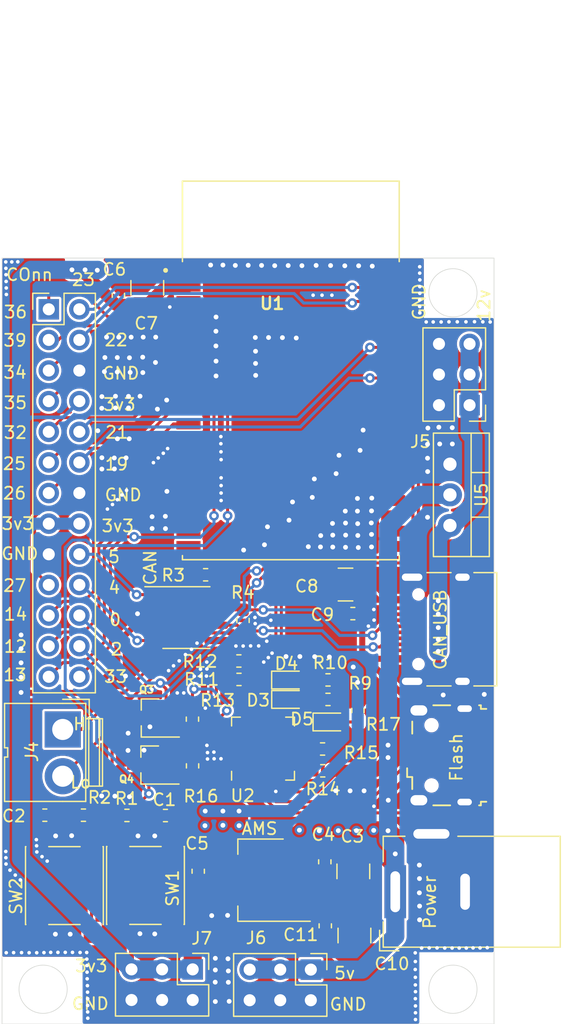
<source format=kicad_pcb>
(kicad_pcb (version 20171130) (host pcbnew 5.1.5+dfsg1-2build2)
  (layers (0 F.Cu signal) (31 B.Cu signal) (34 B.Paste user) (35 F.Paste user) (36 B.SilkS user) (37 F.SilkS user) (38 B.Mask user) (39 F.Mask user) (44 Edge.Cuts user))
  (net 0 "")
  (net 1 GND)
  (net 2 EN)
  (net 3 IO0)
  (net 4 +5V)
  (net 5 +3V3)
  (net 6 "Net-(J1-Pad3)")
  (net 7 "Net-(J1-Pad2)")
  (net 8 AN7)
  (net 9 AN6)
  (net 10 AN4)
  (net 11 AN3)
  (net 12 AN0)
  (net 13 HSPI_SE)
  (net 14 HSPI_MISO)
  (net 15 HSPI_MOSI)
  (net 16 HSPI_CLK)
  (net 17 CAN_L)
  (net 18 CAN_H)
  (net 19 DAC2)
  (net 20 DAC1)
  (net 21 I2C_S_D)
  (net 22 I2C_S_C)
  (net 23 I2C_F_C)
  (net 24 I2C_F_D)
  (net 25 "Net-(R3-Pad1)")
  (net 26 TX0)
  (net 27 RX0)
  (net 28 CAN_TX)
  (net 29 CAN_RX)
  (net 30 "Net-(D3-Pad2)")
  (net 31 "Net-(D4-Pad2)")
  (net 32 DTR)
  (net 33 "Net-(Q3-Pad1)")
  (net 34 RTS)
  (net 35 "Net-(Q4-Pad1)")
  (net 36 "Net-(R11-Pad2)")
  (net 37 "Net-(R12-Pad2)")
  (net 38 SU-)
  (net 39 "Net-(D5-Pad2)")
  (net 40 "Net-(R14-Pad2)")
  (net 41 IO2)
  (net 42 +12V)
  (net 43 AN5)
  (module Package_SO:SOIC-8_3.9x4.9mm_P1.27mm (layer F.Cu) (at 66.29 73.82)
    (fp_text reference CAN (at -3.01 -4.14 90) (layer F.SilkS))
    (fp_text value SN65HVD230)
    (pad 8 smd roundrect (at 2.475 -1.905) (size 1.95 0.6) (layers F.Cu F.Paste F.Mask) (net 25 "Net-(R3-Pad1)"))
    (pad 7 smd roundrect (at 2.475 -0.635) (size 1.95 0.6) (layers F.Cu F.Paste F.Mask) (net 18 CAN_H))
    (pad 6 smd roundrect (at 2.475 0.635) (size 1.95 0.6) (layers F.Cu F.Paste F.Mask) (net 17 CAN_L))
    (pad 5 smd roundrect (at 2.475 1.905) (size 1.95 0.6) (layers F.Cu F.Paste F.Mask))
    (pad 4 smd roundrect (at -2.475 1.905) (size 1.95 0.6) (layers F.Cu F.Paste F.Mask) (net 29 CAN_RX))
    (pad 3 smd roundrect (at -2.475 0.635) (size 1.95 0.6) (layers F.Cu F.Paste F.Mask) (net 5 +3V3))
    (pad 2 smd roundrect (at -2.475 -0.635) (size 1.95 0.6) (layers F.Cu F.Paste F.Mask) (net 1 GND))
    (pad 1 smd roundrect (at -2.475 -1.905) (size 1.95 0.6) (layers F.Cu F.Paste F.Mask) (net 28 CAN_TX))
  )
  (module Connector:JWT_A3963_1x02_P3.96mm_Vertical (layer F.Cu) (at 56.02 83.1 270)
    (fp_text reference J4 (at 1.85 2.56 270) (layer F.SilkS))
    (fp_text value CAN_out)
    (pad 2 thru_hole circle (at 3.88 0 270) (size 3 3) (drill 1.75) (layers *.Cu *.Mask) (net 17 CAN_L))
    (pad 1 thru_hole rect (at 0 0 270) (size 3 3) (drill 1.75) (layers *.Cu *.Mask) (net 18 CAN_H))
  )
  (module footprints:SOT-23_standar (layer F.Cu) (at 63.3 82.15 180)
    (fp_text reference Q3 (at 0.32 2.36 180) (layer F.SilkS) (effects (font (size 0.6 0.6))))
    (fp_text value Q_NPN_BCE hide)
    (pad 3 smd rect (at 1.3 0 180) (size 1.2 0.8) (layers F.Cu F.Paste F.Mask) (net 32 DTR))
    (pad 2 smd rect (at -1.3 0.95 180) (size 1.2 0.8) (layers F.Cu F.Paste F.Mask) (net 3 IO0))
    (pad 1 smd rect (at -1.3 -0.95 180) (size 1.2 0.8) (layers F.Cu F.Paste F.Mask) (net 33 "Net-(Q3-Pad1)"))
  )
  (module Capacitor_SMD:C_0603_1608Metric (layer F.Cu) (at 64.5475 90.24)
    (fp_text reference C1 (at -0.0875 -1.31) (layer F.SilkS))
    (fp_text value 100nF)
    (pad 2 smd roundrect (at 0.7875 0) (size 0.875 0.95) (layers F.Cu F.Paste F.Mask) (net 1 GND))
    (pad 1 smd roundrect (at -0.7875 0) (size 0.875 0.95) (layers F.Cu F.Paste F.Mask) (net 2 EN))
  )
  (module Capacitor_SMD:C_0603_1608Metric (layer F.Cu) (at 54.5325 90.21 180)
    (fp_text reference C2 (at 2.5725 -0.07) (layer F.SilkS))
    (fp_text value 100nF)
    (pad 2 smd roundrect (at 0.7875 0 180) (size 0.875 0.95) (layers F.Cu F.Paste F.Mask) (net 1 GND))
    (pad 1 smd roundrect (at -0.7875 0 180) (size 0.875 0.95) (layers F.Cu F.Paste F.Mask) (net 3 IO0))
  )
  (module Capacitor_SMD:C_0603_1608Metric (layer F.Cu) (at 77.78 94.0775 270)
    (fp_text reference C4 (at -2.2575 0.12 180) (layer F.SilkS))
    (fp_text value 100nF)
    (pad 2 smd roundrect (at 0.7875 0 270) (size 0.875 0.95) (layers F.Cu F.Paste F.Mask) (net 1 GND))
    (pad 1 smd roundrect (at -0.7875 0 270) (size 0.875 0.95) (layers F.Cu F.Paste F.Mask) (net 4 +5V))
  )
  (module Capacitor_SMD:C_0603_1608Metric (layer F.Cu) (at 67.27 94.86 90)
    (fp_text reference C5 (at 2.3 -0.1 180) (layer F.SilkS))
    (fp_text value 100nF)
    (pad 2 smd roundrect (at 0.7875 0 90) (size 0.875 0.95) (layers F.Cu F.Paste F.Mask) (net 1 GND))
    (pad 1 smd roundrect (at -0.7875 0 90) (size 0.875 0.95) (layers F.Cu F.Paste F.Mask) (net 5 +3V3))
  )
  (module Capacitor_SMD:C_0603_1608Metric (layer F.Cu) (at 60.64 47.09 270)
    (fp_text reference C6 (at -2.15 0.33 180) (layer F.SilkS))
    (fp_text value 100nF)
    (pad 2 smd roundrect (at 0.7875 0 270) (size 0.875 0.95) (layers F.Cu F.Paste F.Mask) (net 5 +3V3))
    (pad 1 smd roundrect (at -0.7875 0 270) (size 0.875 0.95) (layers F.Cu F.Paste F.Mask) (net 1 GND))
  )
  (module Capacitor_SMD:C_1210_3225Metric (layer F.Cu) (at 63.04 46.47 270)
    (fp_text reference C7 (at 2.95 0.09 180) (layer F.SilkS))
    (fp_text value 10uF)
    (pad 2 smd roundrect (at 1.4 0 270) (size 1.25 2.65) (layers F.Cu F.Paste F.Mask) (roundrect_rratio 0.2) (net 5 +3V3))
    (pad 1 smd roundrect (at -1.4 0 270) (size 1.25 2.65) (layers F.Cu F.Paste F.Mask) (roundrect_rratio 0.2) (net 1 GND))
  )
  (module Connector_USB:USB_Micro-B_Wuerth_629105150521 (layer F.Cu) (at 87.44 85.245 90)
    (fp_text reference Flash (at -0.165 1.26 90) (layer F.SilkS))
    (fp_text value USB_B_Micro)
    (pad "" np_thru_hole oval (at 2.5 -0.8 90) (size 0.8 0.8) (drill 0.8) (layers *.Cu *.Mask))
    (pad "" np_thru_hole oval (at -2.5 -0.8 90) (size 0.8 0.8) (drill 0.8) (layers *.Cu *.Mask))
    (pad 6 thru_hole oval (at 3.875 1.95 90) (size 1.15 1.8) (drill oval 0.55 1.2) (layers *.Cu *.Mask) (net 1 GND))
    (pad 6 thru_hole oval (at -3.875 1.95 90) (size 1.15 1.8) (drill oval 0.55 1.2) (layers *.Cu *.Mask) (net 1 GND))
    (pad 6 thru_hole oval (at 3.725 -1.85 90) (size 1.45 2) (drill oval 0.85 1.4) (layers *.Cu *.Mask) (net 1 GND))
    (pad 6 thru_hole oval (at -3.725 -1.85 90) (size 1.45 2) (drill oval 0.85 1.4) (layers *.Cu *.Mask) (net 1 GND))
    (pad 5 smd rect (at 1.3 -1.9 90) (size 0.45 1.3) (layers F.Cu F.Paste F.Mask) (net 1 GND))
    (pad 4 smd rect (at 0.65 -1.9 90) (size 0.45 1.3) (layers F.Cu F.Paste F.Mask))
    (pad 3 smd rect (at 0 -1.9 90) (size 0.45 1.3) (layers F.Cu F.Paste F.Mask) (net 6 "Net-(J1-Pad3)"))
    (pad 2 smd rect (at -0.65 -1.9 90) (size 0.45 1.3) (layers F.Cu F.Paste F.Mask) (net 7 "Net-(J1-Pad2)"))
    (pad 1 smd rect (at -1.3 -1.9 90) (size 0.45 1.3) (layers F.Cu F.Paste F.Mask) (net 4 +5V))
  )
  (module Resistor_SMD:R_0603_1608Metric_Pad1.05x0.95mm_HandSolder (layer F.Cu) (at 61.35 90.23)
    (fp_text reference R1 (at -0.02 -1.4) (layer F.SilkS))
    (fp_text value 10K)
    (pad 2 smd roundrect (at 0.875 0) (size 1.05 0.95) (layers F.Cu F.Paste F.Mask) (net 2 EN))
    (pad 1 smd roundrect (at -0.875 0) (size 1.05 0.95) (layers F.Cu F.Paste F.Mask) (net 5 +3V3))
  )
  (module Resistor_SMD:R_0603_1608Metric_Pad1.05x0.95mm_HandSolder (layer F.Cu) (at 57.74 90.21 180)
    (fp_text reference R2 (at -1.34 1.47) (layer F.SilkS))
    (fp_text value 10K)
    (pad 2 smd roundrect (at 0.875 0 180) (size 1.05 0.95) (layers F.Cu F.Paste F.Mask) (net 3 IO0))
    (pad 1 smd roundrect (at -0.875 0 180) (size 1.05 0.95) (layers F.Cu F.Paste F.Mask) (net 5 +3V3))
  )
  (module Resistor_SMD:R_0603_1608Metric_Pad1.05x0.95mm_HandSolder (layer F.Cu) (at 67.885 70.27 180)
    (fp_text reference R3 (at 2.685 -0.04) (layer F.SilkS))
    (fp_text value 10K)
    (pad 2 smd roundrect (at 0.875 0 180) (size 1.05 0.95) (layers F.Cu F.Paste F.Mask) (net 1 GND))
    (pad 1 smd roundrect (at -0.875 0 180) (size 1.05 0.95) (layers F.Cu F.Paste F.Mask) (net 25 "Net-(R3-Pad1)"))
  )
  (module Resistor_SMD:R_0603_1608Metric_Pad1.05x0.95mm_HandSolder (layer F.Cu) (at 70.99 74.055 270)
    (fp_text reference R4 (at -2.305 0.02 180) (layer F.SilkS))
    (fp_text value 120)
    (pad 2 smd roundrect (at 0.875 0 270) (size 1.05 0.95) (layers F.Cu F.Paste F.Mask) (net 17 CAN_L))
    (pad 1 smd roundrect (at -0.875 0 270) (size 1.05 0.95) (layers F.Cu F.Paste F.Mask) (net 18 CAN_H))
  )
  (module "footprints:XCVR_ESP32-WROVER-B_(16MB)" (layer F.Cu) (at 74.96 53.32)
    (fp_text reference U1 (at -1.55 -5.55) (layer F.SilkS) (effects (font (thickness 0.2))))
    (fp_text value "ESP32-WROVER-B_(16MB)")
    (pad 39 smd rect (at -1 -0.76) (size 5 5) (layers F.Cu F.Mask) (net 1 GND))
    (pad 38 smd rect (at 8.5 -8.26) (size 2 0.9) (layers F.Cu F.Paste F.Mask) (net 1 GND))
    (pad 37 smd rect (at 8.5 -6.99) (size 2 0.9) (layers F.Cu F.Paste F.Mask) (net 23 I2C_F_C))
    (pad 36 smd rect (at 8.5 -5.72) (size 2 0.9) (layers F.Cu F.Paste F.Mask) (net 24 I2C_F_D))
    (pad 35 smd rect (at 8.5 -4.45) (size 2 0.9) (layers F.Cu F.Paste F.Mask) (net 26 TX0))
    (pad 34 smd rect (at 8.5 -3.18) (size 2 0.9) (layers F.Cu F.Paste F.Mask) (net 27 RX0))
    (pad 33 smd rect (at 8.5 -1.91) (size 2 0.9) (layers F.Cu F.Paste F.Mask) (net 22 I2C_S_C))
    (pad 32 smd rect (at 8.5 -0.64) (size 2 0.9) (layers F.Cu F.Paste F.Mask))
    (pad 31 smd rect (at 8.5 0.63) (size 2 0.9) (layers F.Cu F.Paste F.Mask) (net 21 I2C_S_D))
    (pad 30 smd rect (at 8.5 1.9) (size 2 0.9) (layers F.Cu F.Paste F.Mask))
    (pad 29 smd rect (at 8.5 3.17) (size 2 0.9) (layers F.Cu F.Paste F.Mask) (net 28 CAN_TX))
    (pad 28 smd rect (at 8.5 4.44) (size 2 0.9) (layers F.Cu F.Paste F.Mask))
    (pad 27 smd rect (at 8.5 5.71) (size 2 0.9) (layers F.Cu F.Paste F.Mask))
    (pad 26 smd rect (at 8.5 6.98) (size 2 0.9) (layers F.Cu F.Paste F.Mask) (net 29 CAN_RX))
    (pad 25 smd rect (at 8.5 8.25) (size 2 0.9) (layers F.Cu F.Paste F.Mask) (net 3 IO0))
    (pad 24 smd rect (at 8.5 9.52) (size 2 0.9) (layers F.Cu F.Paste F.Mask) (net 41 IO2))
    (pad 23 smd rect (at 8.5 10.79) (size 2 0.9) (layers F.Cu F.Paste F.Mask))
    (pad 22 smd rect (at 8.5 12.06) (size 2 0.9) (layers F.Cu F.Paste F.Mask))
    (pad 21 smd rect (at 8.5 13.33) (size 2 0.9) (layers F.Cu F.Paste F.Mask))
    (pad 20 smd rect (at 8.5 14.6) (size 2 0.9) (layers F.Cu F.Paste F.Mask))
    (pad 19 smd rect (at -8.5 14.6) (size 2 0.9) (layers F.Cu F.Paste F.Mask))
    (pad 18 smd rect (at -8.5 13.33) (size 2 0.9) (layers F.Cu F.Paste F.Mask))
    (pad 17 smd rect (at -8.5 12.06) (size 2 0.9) (layers F.Cu F.Paste F.Mask))
    (pad 16 smd rect (at -8.5 10.79) (size 2 0.9) (layers F.Cu F.Paste F.Mask) (net 15 HSPI_MOSI))
    (pad 15 smd rect (at -8.5 9.52) (size 2 0.9) (layers F.Cu F.Paste F.Mask) (net 1 GND))
    (pad 14 smd rect (at -8.5 8.25) (size 2 0.9) (layers F.Cu F.Paste F.Mask) (net 14 HSPI_MISO))
    (pad 13 smd rect (at -8.5 6.98) (size 2 0.9) (layers F.Cu F.Paste F.Mask) (net 16 HSPI_CLK))
    (pad 12 smd rect (at -8.5 5.71) (size 2 0.9) (layers F.Cu F.Paste F.Mask) (net 13 HSPI_SE))
    (pad 11 smd rect (at -8.5 4.44) (size 2 0.9) (layers F.Cu F.Paste F.Mask) (net 19 DAC2))
    (pad 10 smd rect (at -8.5 3.17) (size 2 0.9) (layers F.Cu F.Paste F.Mask) (net 20 DAC1))
    (pad 9 smd rect (at -8.5 1.9) (size 2 0.9) (layers F.Cu F.Paste F.Mask) (net 43 AN5))
    (pad 8 smd rect (at -8.5 0.63) (size 2 0.9) (layers F.Cu F.Paste F.Mask) (net 10 AN4))
    (pad 7 smd rect (at -8.5 -0.64) (size 2 0.9) (layers F.Cu F.Paste F.Mask) (net 8 AN7))
    (pad 6 smd rect (at -8.5 -1.91) (size 2 0.9) (layers F.Cu F.Paste F.Mask) (net 9 AN6))
    (pad 5 smd rect (at -8.5 -3.18) (size 2 0.9) (layers F.Cu F.Paste F.Mask) (net 11 AN3))
    (pad 4 smd rect (at -8.5 -4.45) (size 2 0.9) (layers F.Cu F.Paste F.Mask) (net 12 AN0))
    (pad 3 smd rect (at -8.5 -5.72) (size 2 0.9) (layers F.Cu F.Paste F.Mask) (net 2 EN))
    (pad 2 smd rect (at -8.5 -6.99) (size 2 0.9) (layers F.Cu F.Paste F.Mask) (net 5 +3V3))
    (pad 1 smd rect (at -8.5 -8.26) (size 2 0.9) (layers F.Cu F.Paste F.Mask) (net 1 GND))
  )
  (module Package_DFN_QFN:QFN-28-1EP_5x5mm_P0.5mm_EP3.35x3.35mm (layer F.Cu) (at 72.65 84.69 90)
    (fp_text reference U2 (at -3.9 -1.69 180) (layer F.SilkS))
    (fp_text value CP2102N)
    (pad 28 smd roundrect (at -1.5 -2.45 90) (size 0.25 0.8) (layers F.Cu F.Paste F.Mask) (net 32 DTR))
    (pad 27 smd roundrect (at -1 -2.45 90) (size 0.25 0.8) (layers F.Cu F.Paste F.Mask))
    (pad 26 smd roundrect (at -0.5 -2.45 90) (size 0.25 0.8) (layers F.Cu F.Paste F.Mask) (net 37 "Net-(R12-Pad2)"))
    (pad 25 smd roundrect (at 0 -2.45 90) (size 0.25 0.8) (layers F.Cu F.Paste F.Mask) (net 36 "Net-(R11-Pad2)"))
    (pad 24 smd roundrect (at 0.5 -2.45 90) (size 0.25 0.8) (layers F.Cu F.Paste F.Mask) (net 34 RTS))
    (pad 23 smd roundrect (at 1 -2.45 90) (size 0.25 0.8) (layers F.Cu F.Paste F.Mask))
    (pad 22 smd roundrect (at 1.5 -2.45 90) (size 0.25 0.8) (layers F.Cu F.Paste F.Mask))
    (pad 21 smd roundrect (at 2.45 -1.5 90) (size 0.8 0.25) (layers F.Cu F.Paste F.Mask))
    (pad 20 smd roundrect (at 2.45 -1 90) (size 0.8 0.25) (layers F.Cu F.Paste F.Mask))
    (pad 19 smd roundrect (at 2.45 -0.5 90) (size 0.8 0.25) (layers F.Cu F.Paste F.Mask))
    (pad 18 smd roundrect (at 2.45 0 90) (size 0.8 0.25) (layers F.Cu F.Paste F.Mask))
    (pad 17 smd roundrect (at 2.45 0.5 90) (size 0.8 0.25) (layers F.Cu F.Paste F.Mask))
    (pad 16 smd roundrect (at 2.45 1 90) (size 0.8 0.25) (layers F.Cu F.Paste F.Mask))
    (pad 15 smd roundrect (at 2.45 1.5 90) (size 0.8 0.25) (layers F.Cu F.Paste F.Mask))
    (pad 14 smd roundrect (at 1.5 2.45 90) (size 0.25 0.8) (layers F.Cu F.Paste F.Mask))
    (pad 13 smd roundrect (at 1 2.45 90) (size 0.25 0.8) (layers F.Cu F.Paste F.Mask))
    (pad 12 smd roundrect (at 0.5 2.45 90) (size 0.25 0.8) (layers F.Cu F.Paste F.Mask))
    (pad 11 smd roundrect (at 0 2.45 90) (size 0.25 0.8) (layers F.Cu F.Paste F.Mask) (net 38 SU-))
    (pad 10 smd roundrect (at -0.5 2.45 90) (size 0.25 0.8) (layers F.Cu F.Paste F.Mask))
    (pad 9 smd roundrect (at -1 2.45 90) (size 0.25 0.8) (layers F.Cu F.Paste F.Mask) (net 40 "Net-(R14-Pad2)"))
    (pad 8 smd roundrect (at -1.5 2.45 90) (size 0.25 0.8) (layers F.Cu F.Paste F.Mask) (net 4 +5V))
    (pad 7 smd roundrect (at -2.45 1.5 90) (size 0.8 0.25) (layers F.Cu F.Paste F.Mask) (net 4 +5V))
    (pad 6 smd roundrect (at -2.45 1 90) (size 0.8 0.25) (layers F.Cu F.Paste F.Mask))
    (pad 5 smd roundrect (at -2.45 0.5 90) (size 0.8 0.25) (layers F.Cu F.Paste F.Mask) (net 7 "Net-(J1-Pad2)"))
    (pad 4 smd roundrect (at -2.45 0 90) (size 0.8 0.25) (layers F.Cu F.Paste F.Mask) (net 6 "Net-(J1-Pad3)"))
    (pad 3 smd roundrect (at -2.45 -0.5 90) (size 0.8 0.25) (layers F.Cu F.Paste F.Mask) (net 1 GND))
    (pad 2 smd roundrect (at -2.45 -1 90) (size 0.8 0.25) (layers F.Cu F.Paste F.Mask))
    (pad 1 smd roundrect (at -2.45 -1.5 90) (size 0.8 0.25) (layers F.Cu F.Paste F.Mask))
    (pad 29 smd roundrect (at 0 0 90) (size 3.35 3.35) (layers F.Cu F.Mask) (roundrect_rratio 0.074627) (net 1 GND))
  )
  (module Package_TO_SOT_SMD:SOT-223-3_TabPin2 (layer F.Cu) (at 72.47 95.6 180)
    (fp_text reference AMS (at 0.11 4.27) (layer F.SilkS))
    (fp_text value AMS1117-3.3)
    (pad 1 smd rect (at -3.15 -2.3 180) (size 2 1.5) (layers F.Cu F.Paste F.Mask) (net 1 GND))
    (pad 3 smd rect (at -3.15 2.3 180) (size 2 1.5) (layers F.Cu F.Paste F.Mask) (net 4 +5V))
    (pad 2 smd rect (at -3.15 0 180) (size 2 1.5) (layers F.Cu F.Paste F.Mask) (net 5 +3V3))
    (pad 2 smd rect (at 3.15 0 180) (size 2 3.8) (layers F.Cu F.Paste F.Mask) (net 5 +3V3))
  )
  (module LED_SMD:LED_0603_1608Metric (layer F.Cu) (at 74.8575 80.61)
    (fp_text reference D3 (at -2.6075 0.07) (layer F.SilkS))
    (fp_text value LED)
    (pad 2 smd roundrect (at 0.7875 0) (size 0.875 0.95) (layers F.Cu F.Paste F.Mask) (net 30 "Net-(D3-Pad2)"))
    (pad 1 smd roundrect (at -0.7875 0) (size 0.875 0.95) (layers F.Cu F.Paste F.Mask) (net 27 RX0))
  )
  (module LED_SMD:LED_0603_1608Metric (layer F.Cu) (at 74.8525 79)
    (fp_text reference D4 (at -0.2625 -1.36) (layer F.SilkS))
    (fp_text value LED)
    (pad 2 smd roundrect (at 0.7875 0) (size 0.875 0.95) (layers F.Cu F.Paste F.Mask) (net 31 "Net-(D4-Pad2)"))
    (pad 1 smd roundrect (at -0.7875 0) (size 0.875 0.95) (layers F.Cu F.Paste F.Mask) (net 26 TX0))
  )
  (module footprints:SOT-23_standar (layer F.Cu) (at 63.27 86.05 180)
    (fp_text reference Q4 (at 1.95 -1.17 180) (layer F.SilkS) (effects (font (size 0.6 0.6))))
    (fp_text value Q_NPN_BCE hide)
    (pad 3 smd rect (at 1.3 0 180) (size 1.2 0.8) (layers F.Cu F.Paste F.Mask) (net 34 RTS))
    (pad 2 smd rect (at -1.3 0.95 180) (size 1.2 0.8) (layers F.Cu F.Paste F.Mask) (net 2 EN))
    (pad 1 smd rect (at -1.3 -0.95 180) (size 1.2 0.8) (layers F.Cu F.Paste F.Mask) (net 35 "Net-(Q4-Pad1)"))
  )
  (module Resistor_SMD:R_0603_1608Metric_Pad1.05x0.95mm_HandSolder (layer F.Cu) (at 78.045 80.61 180)
    (fp_text reference R9 (at -2.675 1.33) (layer F.SilkS))
    (fp_text value 470)
    (pad 2 smd roundrect (at 0.875 0 180) (size 1.05 0.95) (layers F.Cu F.Paste F.Mask) (net 30 "Net-(D3-Pad2)"))
    (pad 1 smd roundrect (at -0.875 0 180) (size 1.05 0.95) (layers F.Cu F.Paste F.Mask) (net 5 +3V3))
  )
  (module Resistor_SMD:R_0603_1608Metric_Pad1.05x0.95mm_HandSolder (layer F.Cu) (at 78.045 78.99 180)
    (fp_text reference R10 (at -0.195 1.42) (layer F.SilkS))
    (fp_text value 470)
    (pad 2 smd roundrect (at 0.875 0 180) (size 1.05 0.95) (layers F.Cu F.Paste F.Mask) (net 31 "Net-(D4-Pad2)"))
    (pad 1 smd roundrect (at -0.875 0 180) (size 1.05 0.95) (layers F.Cu F.Paste F.Mask) (net 5 +3V3))
  )
  (module Resistor_SMD:R_0603_1608Metric_Pad1.05x0.95mm_HandSolder (layer F.Cu) (at 70.655 78.95 180)
    (fp_text reference R11 (at 3.105 0) (layer F.SilkS))
    (fp_text value 470)
    (pad 2 smd roundrect (at 0.875 0 180) (size 1.05 0.95) (layers F.Cu F.Paste F.Mask) (net 36 "Net-(R11-Pad2)"))
    (pad 1 smd roundrect (at -0.875 0 180) (size 1.05 0.95) (layers F.Cu F.Paste F.Mask) (net 26 TX0))
  )
  (module Resistor_SMD:R_0603_1608Metric_Pad1.05x0.95mm_HandSolder (layer F.Cu) (at 70.645 77.42 180)
    (fp_text reference R12 (at 3.225 -0.04) (layer F.SilkS))
    (fp_text value 470)
    (pad 2 smd roundrect (at 0.875 0 180) (size 1.05 0.95) (layers F.Cu F.Paste F.Mask) (net 37 "Net-(R12-Pad2)"))
    (pad 1 smd roundrect (at -0.875 0 180) (size 1.05 0.95) (layers F.Cu F.Paste F.Mask) (net 27 RX0))
  )
  (module Resistor_SMD:R_0603_1608Metric_Pad1.05x0.95mm_HandSolder (layer F.Cu) (at 66.79 82.245 270)
    (fp_text reference R13 (at -1.555 -2.09 180) (layer F.SilkS))
    (fp_text value 10K)
    (pad 2 smd roundrect (at 0.875 0 270) (size 1.05 0.95) (layers F.Cu F.Paste F.Mask) (net 33 "Net-(Q3-Pad1)"))
    (pad 1 smd roundrect (at -0.875 0 270) (size 1.05 0.95) (layers F.Cu F.Paste F.Mask) (net 34 RTS))
  )
  (module Resistor_SMD:R_0603_1608Metric_Pad1.05x0.95mm_HandSolder (layer F.Cu) (at 77.61 86.53 180)
    (fp_text reference R14 (at -0.03 -1.51) (layer F.SilkS))
    (fp_text value 1K)
    (pad 2 smd roundrect (at 0.875 0 180) (size 1.05 0.95) (layers F.Cu F.Paste F.Mask) (net 40 "Net-(R14-Pad2)"))
    (pad 1 smd roundrect (at -0.875 0 180) (size 1.05 0.95) (layers F.Cu F.Paste F.Mask) (net 4 +5V))
  )
  (module Resistor_SMD:R_0603_1608Metric_Pad1.05x0.95mm_HandSolder (layer F.Cu) (at 77.595 84.72)
    (fp_text reference R15 (at 3.205 0.32) (layer F.SilkS))
    (fp_text value 10K)
    (pad 2 smd roundrect (at 0.875 0) (size 1.05 0.95) (layers F.Cu F.Paste F.Mask) (net 1 GND))
    (pad 1 smd roundrect (at -0.875 0) (size 1.05 0.95) (layers F.Cu F.Paste F.Mask) (net 38 SU-))
  )
  (module Resistor_SMD:R_0603_1608Metric_Pad1.05x0.95mm_HandSolder (layer F.Cu) (at 66.8 86.12 270)
    (fp_text reference R16 (at 2.52 -0.7 180) (layer F.SilkS))
    (fp_text value 10K)
    (pad 2 smd roundrect (at 0.875 0 270) (size 1.05 0.95) (layers F.Cu F.Paste F.Mask) (net 35 "Net-(Q4-Pad1)"))
    (pad 1 smd roundrect (at -0.875 0 270) (size 1.05 0.95) (layers F.Cu F.Paste F.Mask) (net 32 DTR))
  )
  (module LED_SMD:LED_0603_1608Metric (layer F.Cu) (at 78.29 82.48)
    (fp_text reference D5 (at -2.41 -0.24) (layer F.SilkS))
    (fp_text value LED)
    (pad 2 smd roundrect (at 0.7875 0) (size 0.875 0.95) (layers F.Cu F.Paste F.Mask) (net 39 "Net-(D5-Pad2)"))
    (pad 1 smd roundrect (at -0.7875 0) (size 0.875 0.95) (layers F.Cu F.Paste F.Mask) (net 1 GND))
  )
  (module Resistor_SMD:R_0603_1608Metric_Pad1.05x0.95mm_HandSolder (layer F.Cu) (at 80.53 81.525 90)
    (fp_text reference R17 (at -1.155 2.11 180) (layer F.SilkS))
    (fp_text value R)
    (pad 2 smd roundrect (at 0.875 0 90) (size 1.05 0.95) (layers F.Cu F.Paste F.Mask) (net 5 +3V3))
    (pad 1 smd roundrect (at -0.875 0 90) (size 1.05 0.95) (layers F.Cu F.Paste F.Mask) (net 39 "Net-(D5-Pad2)"))
  )
  (module Resistor_SMD:R_1210_3225Metric (layer F.Cu) (at 80.15 94.87 270)
    (fp_text reference C3 (at -2.9 0.08 180) (layer F.SilkS))
    (fp_text value 10uF)
    (pad 2 smd roundrect (at 1.4 0 270) (size 1.25 2.65) (layers F.Cu F.Paste F.Mask) (roundrect_rratio 0.2) (net 1 GND))
    (pad 1 smd roundrect (at -1.4 0 270) (size 1.25 2.65) (layers F.Cu F.Paste F.Mask) (roundrect_rratio 0.2) (net 4 +5V))
  )
  (module Connector_PinHeader_2.54mm:PinHeader_2x13_P2.54mm_Vertical (layer F.Cu) (at 54.86 48.25)
    (fp_text reference COnn (at -1.6 -2.87) (layer F.SilkS))
    (fp_text value Conn_02x13_Counter_Clockwise)
    (pad 26 thru_hole oval (at 2.54 30.48) (size 1.7 1.7) (drill 1) (layers *.Cu *.Mask) (net 43 AN5))
    (pad 25 thru_hole oval (at 0 30.48) (size 1.7 1.7) (drill 1) (layers *.Cu *.Mask) (net 15 HSPI_MOSI))
    (pad 24 thru_hole oval (at 2.54 27.94) (size 1.7 1.7) (drill 1) (layers *.Cu *.Mask) (net 41 IO2))
    (pad 23 thru_hole oval (at 0 27.94) (size 1.7 1.7) (drill 1) (layers *.Cu *.Mask) (net 14 HSPI_MISO))
    (pad 22 thru_hole oval (at 2.54 25.4) (size 1.7 1.7) (drill 1) (layers *.Cu *.Mask) (net 3 IO0))
    (pad 21 thru_hole oval (at 0 25.4) (size 1.7 1.7) (drill 1) (layers *.Cu *.Mask) (net 16 HSPI_CLK))
    (pad 20 thru_hole oval (at 2.54 22.86) (size 1.7 1.7) (drill 1) (layers *.Cu *.Mask) (net 29 CAN_RX))
    (pad 19 thru_hole oval (at 0 22.86) (size 1.7 1.7) (drill 1) (layers *.Cu *.Mask) (net 13 HSPI_SE))
    (pad 18 thru_hole oval (at 2.54 20.32) (size 1.7 1.7) (drill 1) (layers *.Cu *.Mask) (net 28 CAN_TX))
    (pad 17 thru_hole oval (at 0 20.32) (size 1.7 1.7) (drill 1) (layers *.Cu *.Mask) (net 1 GND))
    (pad 16 thru_hole oval (at 2.54 17.78) (size 1.7 1.7) (drill 1) (layers *.Cu *.Mask) (net 5 +3V3))
    (pad 15 thru_hole oval (at 0 17.78) (size 1.7 1.7) (drill 1) (layers *.Cu *.Mask) (net 5 +3V3))
    (pad 14 thru_hole oval (at 2.54 15.24) (size 1.7 1.7) (drill 1) (layers *.Cu *.Mask) (net 1 GND))
    (pad 13 thru_hole oval (at 0 15.24) (size 1.7 1.7) (drill 1) (layers *.Cu *.Mask) (net 19 DAC2))
    (pad 12 thru_hole oval (at 2.54 12.7) (size 1.7 1.7) (drill 1) (layers *.Cu *.Mask) (net 21 I2C_S_D))
    (pad 11 thru_hole oval (at 0 12.7) (size 1.7 1.7) (drill 1) (layers *.Cu *.Mask) (net 20 DAC1))
    (pad 10 thru_hole oval (at 2.54 10.16) (size 1.7 1.7) (drill 1) (layers *.Cu *.Mask) (net 22 I2C_S_C))
    (pad 9 thru_hole oval (at 0 10.16) (size 1.7 1.7) (drill 1) (layers *.Cu *.Mask) (net 10 AN4))
    (pad 8 thru_hole oval (at 2.54 7.62) (size 1.7 1.7) (drill 1) (layers *.Cu *.Mask) (net 5 +3V3))
    (pad 7 thru_hole oval (at 0 7.62) (size 1.7 1.7) (drill 1) (layers *.Cu *.Mask) (net 8 AN7))
    (pad 6 thru_hole oval (at 2.54 5.08) (size 1.7 1.7) (drill 1) (layers *.Cu *.Mask) (net 1 GND))
    (pad 5 thru_hole oval (at 0 5.08) (size 1.7 1.7) (drill 1) (layers *.Cu *.Mask) (net 9 AN6))
    (pad 4 thru_hole oval (at 2.54 2.54) (size 1.7 1.7) (drill 1) (layers *.Cu *.Mask) (net 24 I2C_F_D))
    (pad 3 thru_hole oval (at 0 2.54) (size 1.7 1.7) (drill 1) (layers *.Cu *.Mask) (net 11 AN3))
    (pad 2 thru_hole oval (at 2.54 0) (size 1.7 1.7) (drill 1) (layers *.Cu *.Mask) (net 23 I2C_F_C))
    (pad 1 thru_hole rect (at 0 0) (size 1.7 1.7) (drill 1) (layers *.Cu *.Mask) (net 12 AN0))
  )
  (module Button_Switch_SMD:SW_Push_1P1T_NO_6x6mm_H9.5mm (layer F.Cu) (at 62.89 96.04 270)
    (fp_text reference SW1 (at 0.23 -2.25 90) (layer F.SilkS))
    (fp_text value reset)
    (pad 2 smd rect (at 3.975 2.25 270) (size 1.55 1.3) (layers F.Cu F.Paste F.Mask) (net 1 GND))
    (pad 1 smd rect (at 3.975 -2.25 270) (size 1.55 1.3) (layers F.Cu F.Paste F.Mask) (net 2 EN))
    (pad 1 smd rect (at -3.975 -2.25 270) (size 1.55 1.3) (layers F.Cu F.Paste F.Mask) (net 2 EN))
    (pad 2 smd rect (at -3.975 2.25 270) (size 1.55 1.3) (layers F.Cu F.Paste F.Mask) (net 1 GND))
  )
  (module Button_Switch_SMD:SW_Push_1P1T_NO_6x6mm_H9.5mm (layer F.Cu) (at 56.16 96.05 270)
    (fp_text reference SW2 (at 0.88 4.02 90) (layer F.SilkS))
    (fp_text value boot)
    (pad 2 smd rect (at 3.975 2.25 270) (size 1.55 1.3) (layers F.Cu F.Paste F.Mask) (net 1 GND))
    (pad 1 smd rect (at 3.975 -2.25 270) (size 1.55 1.3) (layers F.Cu F.Paste F.Mask) (net 3 IO0))
    (pad 1 smd rect (at -3.975 -2.25 270) (size 1.55 1.3) (layers F.Cu F.Paste F.Mask) (net 3 IO0))
    (pad 2 smd rect (at -3.975 2.25 270) (size 1.55 1.3) (layers F.Cu F.Paste F.Mask) (net 1 GND))
  )
  (module Connector_BarrelJack:BarrelJack_Wuerth_6941xx301002 (layer F.Cu) (at 83.63 96.56 90)
    (fp_text reference Power (at -0.87 2.86 90) (layer F.SilkS))
    (fp_text value Barrel_Jack_Switch)
    (pad 1 thru_hole rect (at 0 0 90) (size 4.4 1.8) (drill oval 3.4 0.8) (layers *.Cu *.Mask) (net 4 +5V))
    (pad 2 thru_hole oval (at 0 5.8 90) (size 4 1.8) (drill oval 3 0.8) (layers *.Cu *.Mask) (net 1 GND))
    (pad 3 thru_hole oval (at 4.8 3 180) (size 4 1.8) (drill oval 3 0.8) (layers *.Cu *.Mask) (net 1 GND))
  )
  (module Resistor_SMD:R_1210_3225Metric (layer F.Cu) (at 79.5 71.08 180)
    (fp_text reference C8 (at 3.22 -0.14) (layer F.SilkS))
    (fp_text value 10uF)
    (pad 2 smd roundrect (at 1.4 0 180) (size 1.25 2.65) (layers F.Cu F.Paste F.Mask) (roundrect_rratio 0.2) (net 1 GND))
    (pad 1 smd roundrect (at -1.4 0 180) (size 1.25 2.65) (layers F.Cu F.Paste F.Mask) (roundrect_rratio 0.2) (net 42 +12V))
  )
  (module Capacitor_SMD:C_0603_1608Metric (layer F.Cu) (at 80.1075 73.49 180)
    (fp_text reference C9 (at 2.5275 -0.09) (layer F.SilkS))
    (fp_text value 100nF)
    (pad 2 smd roundrect (at 0.7875 0 180) (size 0.875 0.95) (layers F.Cu F.Paste F.Mask) (net 1 GND))
    (pad 1 smd roundrect (at -0.7875 0 180) (size 0.875 0.95) (layers F.Cu F.Paste F.Mask) (net 42 +12V))
  )
  (module Resistor_SMD:R_1210_3225Metric (layer F.Cu) (at 80.24 100.19 90)
    (fp_text reference C10 (at -2.35 3.12 180) (layer F.SilkS))
    (fp_text value 10uF)
    (pad 1 smd roundrect (at -1.4 0 90) (size 1.25 2.65) (layers F.Cu F.Paste F.Mask) (roundrect_rratio 0.2) (net 4 +5V))
    (pad 2 smd roundrect (at 1.4 0 90) (size 1.25 2.65) (layers F.Cu F.Paste F.Mask) (roundrect_rratio 0.2) (net 1 GND))
  )
  (module Capacitor_SMD:C_0603_1608Metric (layer F.Cu) (at 77.82 99.3875 90)
    (fp_text reference C11 (at -0.7425 -2.04 180) (layer F.SilkS))
    (fp_text value 100nF)
    (pad 2 smd roundrect (at 0.7875 0 90) (size 0.875 0.95) (layers F.Cu F.Paste F.Mask) (net 1 GND))
    (pad 1 smd roundrect (at -0.7875 0 90) (size 0.875 0.95) (layers F.Cu F.Paste F.Mask) (net 4 +5V))
  )
  (module Connector_PinHeader_2.54mm:PinHeader_2x03_P2.54mm_Vertical (layer F.Cu) (at 89.8 56.2 180)
    (fp_text reference J5 (at 4.08 -3.03) (layer F.SilkS))
    (fp_text value Conn_02x03_Counter_Clockwise)
    (pad 6 thru_hole oval (at 2.54 5.08 180) (size 1.7 1.7) (drill 1) (layers *.Cu *.Mask) (net 1 GND))
    (pad 5 thru_hole oval (at 0 5.08 180) (size 1.7 1.7) (drill 1) (layers *.Cu *.Mask) (net 42 +12V))
    (pad 4 thru_hole oval (at 2.54 2.54 180) (size 1.7 1.7) (drill 1) (layers *.Cu *.Mask) (net 1 GND))
    (pad 3 thru_hole oval (at 0 2.54 180) (size 1.7 1.7) (drill 1) (layers *.Cu *.Mask) (net 42 +12V))
    (pad 2 thru_hole oval (at 2.54 0 180) (size 1.7 1.7) (drill 1) (layers *.Cu *.Mask) (net 1 GND))
    (pad 1 thru_hole rect (at 0 0 180) (size 1.7 1.7) (drill 1) (layers *.Cu *.Mask) (net 42 +12V))
  )
  (module Connector_PinHeader_2.54mm:PinHeader_2x03_P2.54mm_Vertical (layer F.Cu) (at 76.62 103.02 270)
    (fp_text reference J6 (at -2.63 4.54 180) (layer F.SilkS))
    (fp_text value Conn_02x03_Counter_Clockwise)
    (pad 1 thru_hole rect (at 0 0 270) (size 1.7 1.7) (drill 1) (layers *.Cu *.Mask) (net 4 +5V))
    (pad 2 thru_hole oval (at 2.54 0 270) (size 1.7 1.7) (drill 1) (layers *.Cu *.Mask) (net 1 GND))
    (pad 3 thru_hole oval (at 0 2.54 270) (size 1.7 1.7) (drill 1) (layers *.Cu *.Mask) (net 4 +5V))
    (pad 4 thru_hole oval (at 2.54 2.54 270) (size 1.7 1.7) (drill 1) (layers *.Cu *.Mask) (net 1 GND))
    (pad 5 thru_hole oval (at 0 5.08 270) (size 1.7 1.7) (drill 1) (layers *.Cu *.Mask) (net 4 +5V))
    (pad 6 thru_hole oval (at 2.54 5.08 270) (size 1.7 1.7) (drill 1) (layers *.Cu *.Mask) (net 1 GND))
  )
  (module Connector_PinHeader_2.54mm:PinHeader_2x03_P2.54mm_Vertical (layer F.Cu) (at 66.81 103 270)
    (fp_text reference J7 (at -2.57 -0.75 180) (layer F.SilkS))
    (fp_text value Conn_02x03_Counter_Clockwise)
    (pad 6 thru_hole oval (at 2.54 5.08 270) (size 1.7 1.7) (drill 1) (layers *.Cu *.Mask) (net 1 GND))
    (pad 5 thru_hole oval (at 0 5.08 270) (size 1.7 1.7) (drill 1) (layers *.Cu *.Mask) (net 5 +3V3))
    (pad 4 thru_hole oval (at 2.54 2.54 270) (size 1.7 1.7) (drill 1) (layers *.Cu *.Mask) (net 1 GND))
    (pad 3 thru_hole oval (at 0 2.54 270) (size 1.7 1.7) (drill 1) (layers *.Cu *.Mask) (net 5 +3V3))
    (pad 2 thru_hole oval (at 2.54 0 270) (size 1.7 1.7) (drill 1) (layers *.Cu *.Mask) (net 1 GND))
    (pad 1 thru_hole rect (at 0 0 270) (size 1.7 1.7) (drill 1) (layers *.Cu *.Mask) (net 5 +3V3))
  )
  (module Connector_USB:USB_C_Receptacle_HRO_TYPE-C-31-M-12 (layer F.Cu) (at 88.16 74.79 90)
    (fp_text reference CAN_USB (at -0.03 -0.79 90) (layer F.SilkS))
    (fp_text value USB_C_Receptacle_USB2.0)
    (pad B1 smd rect (at 3.25 -4.045 90) (size 0.6 1.45) (layers F.Cu F.Paste F.Mask) (net 1 GND))
    (pad A9 smd rect (at 2.45 -4.045 90) (size 0.6 1.45) (layers F.Cu F.Paste F.Mask) (net 42 +12V))
    (pad B9 smd rect (at -2.45 -4.045 90) (size 0.6 1.45) (layers F.Cu F.Paste F.Mask) (net 42 +12V))
    (pad B12 smd rect (at -3.25 -4.045 90) (size 0.6 1.45) (layers F.Cu F.Paste F.Mask) (net 1 GND))
    (pad A1 smd rect (at -3.25 -4.045 90) (size 0.6 1.45) (layers F.Cu F.Paste F.Mask) (net 1 GND))
    (pad A4 smd rect (at -2.45 -4.045 90) (size 0.6 1.45) (layers F.Cu F.Paste F.Mask) (net 42 +12V))
    (pad B4 smd rect (at 2.45 -4.045 90) (size 0.6 1.45) (layers F.Cu F.Paste F.Mask) (net 42 +12V))
    (pad A12 smd rect (at 3.25 -4.045 90) (size 0.6 1.45) (layers F.Cu F.Paste F.Mask) (net 1 GND))
    (pad B8 smd rect (at -1.75 -4.045 90) (size 0.3 1.45) (layers F.Cu F.Paste F.Mask))
    (pad A5 smd rect (at -1.25 -4.045 90) (size 0.3 1.45) (layers F.Cu F.Paste F.Mask))
    (pad B7 smd rect (at -0.75 -4.045 90) (size 0.3 1.45) (layers F.Cu F.Paste F.Mask) (net 17 CAN_L))
    (pad A7 smd rect (at 0.25 -4.045 90) (size 0.3 1.45) (layers F.Cu F.Paste F.Mask) (net 17 CAN_L))
    (pad B6 smd rect (at 0.75 -4.045 90) (size 0.3 1.45) (layers F.Cu F.Paste F.Mask) (net 18 CAN_H))
    (pad A8 smd rect (at 1.25 -4.045 90) (size 0.3 1.45) (layers F.Cu F.Paste F.Mask))
    (pad B5 smd rect (at 1.75 -4.045 90) (size 0.3 1.45) (layers F.Cu F.Paste F.Mask))
    (pad A6 smd rect (at -0.25 -4.045 90) (size 0.3 1.45) (layers F.Cu F.Paste F.Mask) (net 18 CAN_H))
    (pad S1 thru_hole oval (at 4.32 -3.13 90) (size 1 2.1) (drill oval 0.6 1.7) (layers *.Cu *.Mask) (net 1 GND))
    (pad S1 thru_hole oval (at -4.32 -3.13 90) (size 1 2.1) (drill oval 0.6 1.7) (layers *.Cu *.Mask) (net 1 GND))
    (pad "" np_thru_hole circle (at -2.89 -2.6 90) (size 0.65 0.65) (drill 0.65) (layers *.Cu *.Mask))
    (pad S1 thru_hole oval (at -4.32 1.05 90) (size 1 1.6) (drill oval 0.6 1.2) (layers *.Cu *.Mask) (net 1 GND))
    (pad "" np_thru_hole circle (at 2.89 -2.6 90) (size 0.65 0.65) (drill 0.65) (layers *.Cu *.Mask))
    (pad S1 thru_hole oval (at 4.32 1.05 90) (size 1 1.6) (drill oval 0.6 1.2) (layers *.Cu *.Mask) (net 1 GND))
  )
  (module Package_TO_SOT_THT:TO-220-3_Vertical (layer F.Cu) (at 88.17 61.1 270)
    (fp_text reference U5 (at 2.54 -2.62 90) (layer F.SilkS))
    (fp_text value LM1084-5.0)
    (pad 3 thru_hole oval (at 5.08 0 270) (size 1.905 2) (drill 1.1) (layers *.Cu *.Mask) (net 42 +12V))
    (pad 2 thru_hole oval (at 2.54 0 270) (size 1.905 2) (drill 1.1) (layers *.Cu *.Mask) (net 4 +5V))
    (pad 1 thru_hole rect (at 0 0 270) (size 1.905 2) (drill 1.1) (layers *.Cu *.Mask) (net 1 GND))
  )
  (gr_text GND (at 85.61 47.62 90) (layer F.SilkS) (effects (font (size 1 1))))
  (gr_text 12v (at 91 47.93 90) (layer F.SilkS) (effects (font (size 1 1))))
  (gr_text GND (at 79.72 105.9) (layer F.SilkS) (effects (font (size 1 1))))
  (gr_text 5v (at 79.43 103.32) (layer F.SilkS) (effects (font (size 1 1))))
  (gr_text GND (at 58.31 105.85) (layer F.SilkS) (effects (font (size 1 1))))
  (gr_text 3v3 (at 58.4 102.72) (layer F.SilkS) (effects (font (size 1 1))))
  (gr_text 23 (at 57.74 45.8) (layer F.SilkS) (effects (font (size 1 1))))
  (gr_text 22 (at 60.46 50.8) (layer F.SilkS) (effects (font (size 1 1))))
  (gr_text GND (at 60.85 53.56) (layer F.SilkS) (effects (font (size 1 1))))
  (gr_text 3v3 (at 60.73 56.15) (layer F.SilkS) (effects (font (size 1 1))))
  (gr_text 21 (at 60.51 58.46) (layer F.SilkS) (effects (font (size 1 1))))
  (gr_text 19 (at 60.49 61.1) (layer F.SilkS) (effects (font (size 1 1))))
  (gr_text GND (at 61.04 63.65) (layer F.SilkS) (effects (font (size 1 1))))
  (gr_text 3v3 (at 60.59 66.22) (layer F.SilkS) (effects (font (size 1 1))))
  (gr_text 5 (at 60.28 68.79) (layer F.SilkS) (effects (font (size 1 1))))
  (gr_text 4 (at 60.3 71.33) (layer F.SilkS) (effects (font (size 1 1))))
  (gr_text 0 (at 60.37 74) (layer F.SilkS) (effects (font (size 1 1))))
  (gr_text 2 (at 60.49 76.45) (layer F.SilkS) (effects (font (size 1 1))))
  (gr_text 33 (at 60.41 78.72) (layer F.SilkS) (effects (font (size 1 1))))
  (gr_text 13 (at 52.06 78.58) (layer F.SilkS) (effects (font (size 1 1))))
  (gr_text 12 (at 52.1 76.22) (layer F.SilkS) (effects (font (size 1 1))))
  (gr_text 14 (at 52.1 73.55) (layer F.SilkS) (effects (font (size 1 1))))
  (gr_text 3v3 (at 52.29 66.03) (layer F.SilkS) (effects (font (size 1 1))))
  (gr_text GND (at 52.46 68.52) (layer F.SilkS) (effects (font (size 1 1))))
  (gr_text 27 (at 52.04 71.17) (layer F.SilkS) (effects (font (size 1 1))))
  (gr_text 26 (at 52.02 63.51) (layer F.SilkS) (effects (font (size 1 1))))
  (gr_text 25 (at 52.01 61.06) (layer F.SilkS) (effects (font (size 1 1))))
  (gr_text 32 (at 52.09 58.48) (layer F.SilkS) (effects (font (size 1 1))))
  (gr_text 35 (at 52.09 56.01) (layer F.SilkS) (effects (font (size 1 1))))
  (gr_text 34 (at 52.06 53.49) (layer F.SilkS) (effects (font (size 1 1))))
  (gr_text 39 (at 52.06 50.83) (layer F.SilkS) (effects (font (size 1 1))))
  (gr_text 36 (at 52.1 48.48) (layer F.SilkS) (effects (font (size 1 1))))
  (gr_text Lo (at 57.51 87.48) (layer F.SilkS) (effects (font (size 1 1))))
  (gr_text Hi (at 57.66 82.65) (layer F.SilkS) (effects (font (size 1 1))))
  (gr_circle (center 88.42 46.882416) (end 90.42 46.882416) (layer Edge.Cuts) (width 0.05))
  (gr_circle (center 54.39 104.647584) (end 56.39 104.647584) (layer Edge.Cuts) (width 0.05))
  (gr_circle (center 88.42 104.647584) (end 90.42 104.647584) (layer Edge.Cuts) (width 0.05))
  (gr_line (start 50.98 44) (end 50.98 107.53) (layer Edge.Cuts) (width 0.05))
  (gr_line (start 91.83 107.53) (end 91.83 44) (layer Edge.Cuts) (width 0.05))
  (gr_line (start 50.98 107.53) (end 91.83 107.53) (layer Edge.Cuts) (width 0.05))
  (gr_line (start 91.83 44) (end 50.98 44) (layer Edge.Cuts) (width 0.05))
  (via (at 53.85 92.75) (size 0.4) (drill 0.3) (layers F.Cu B.Cu) (net 1))
  (via (at 53.83 92.24) (size 0.4) (drill 0.3) (layers F.Cu B.Cu) (net 1))
  (via (at 72.04 53.73) (size 0.8) (drill 0.4) (layers F.Cu B.Cu) (net 1))
  (via (at 72.03 52.74) (size 0.8) (drill 0.4) (layers F.Cu B.Cu) (net 1))
  (via (at 72.03 51.73) (size 0.8) (drill 0.4) (layers F.Cu B.Cu) (net 1))
  (via (at 75.41 50.63) (size 0.8) (drill 0.4) (layers F.Cu B.Cu) (net 1))
  (via (at 74.26 50.6) (size 0.8) (drill 0.4) (layers F.Cu B.Cu) (net 1))
  (via (at 73.11 50.59) (size 0.8) (drill 0.4) (layers F.Cu B.Cu) (net 1))
  (via (at 72.01 50.59) (size 0.8) (drill 0.4) (layers F.Cu B.Cu) (net 1))
  (via (at 64.55 66.44) (size 0.8) (drill 0.4) (layers F.Cu B.Cu) (net 1))
  (via (at 64.54 65.42) (size 0.8) (drill 0.4) (layers F.Cu B.Cu) (net 1))
  (via (at 63.44 66.43) (size 0.8) (drill 0.4) (layers F.Cu B.Cu) (net 1))
  (via (at 63.44 65.45) (size 0.8) (drill 0.4) (layers F.Cu B.Cu) (net 1))
  (via (at 59.66 50.56) (size 0.8) (drill 0.4) (layers F.Cu B.Cu) (net 1))
  (via (at 60.67 50.56) (size 0.8) (drill 0.4) (layers F.Cu B.Cu) (net 1))
  (via (at 61.7 50.56) (size 0.8) (drill 0.4) (layers F.Cu B.Cu) (net 1))
  (via (at 62.7 50.56) (size 0.8) (drill 0.4) (layers F.Cu B.Cu) (net 1))
  (via (at 63.74 50.56) (size 0.8) (drill 0.4) (layers F.Cu B.Cu) (net 1))
  (via (at 59.27 55.49) (size 0.8) (drill 0.4) (layers F.Cu B.Cu) (net 1))
  (via (at 59.26 56.46) (size 0.8) (drill 0.4) (layers F.Cu B.Cu) (net 1))
  (via (at 60.4 55.46) (size 0.8) (drill 0.4) (layers F.Cu B.Cu) (net 1))
  (via (at 60.4 56.43) (size 0.8) (drill 0.4) (layers F.Cu B.Cu) (net 1))
  (via (at 61.48 55.47) (size 0.8) (drill 0.4) (layers F.Cu B.Cu) (net 1))
  (via (at 61.48 56.43) (size 0.8) (drill 0.4) (layers F.Cu B.Cu) (net 1))
  (via (at 62.44 55.46) (size 0.8) (drill 0.4) (layers F.Cu B.Cu) (net 1))
  (via (at 64.65 55.78) (size 0.8) (drill 0.4) (layers F.Cu B.Cu) (net 1))
  (via (at 63.88 56.53) (size 0.8) (drill 0.4) (layers F.Cu B.Cu) (net 1))
  (via (at 58.93 58.32) (size 0.8) (drill 0.4) (layers F.Cu B.Cu) (net 1))
  (via (at 60.56 58.99) (size 0.8) (drill 0.4) (layers F.Cu B.Cu) (net 1))
  (via (at 61.54 58.99) (size 0.8) (drill 0.4) (layers F.Cu B.Cu) (net 1))
  (via (at 59.27 60.56) (size 0.8) (drill 0.4) (layers F.Cu B.Cu) (net 1))
  (via (at 59.27 61.5) (size 0.8) (drill 0.4) (layers F.Cu B.Cu) (net 1))
  (via (at 60.3 60.58) (size 0.8) (drill 0.4) (layers F.Cu B.Cu) (net 1))
  (via (at 60.31 61.49) (size 0.8) (drill 0.4) (layers F.Cu B.Cu) (net 1))
  (via (at 61.28 60.57) (size 0.8) (drill 0.4) (layers F.Cu B.Cu) (net 1))
  (via (at 59.25 88.61) (size 0.8) (drill 0.4) (layers F.Cu B.Cu) (net 1))
  (via (at 60.35 88.63) (size 0.8) (drill 0.4) (layers F.Cu B.Cu) (net 1))
  (via (at 61.56 88.68) (size 0.8) (drill 0.4) (layers F.Cu B.Cu) (net 1))
  (via (at 61.44 84.84) (size 0.8) (drill 0.4) (layers F.Cu B.Cu) (net 1))
  (via (at 62.77 84.82) (size 0.8) (drill 0.4) (layers F.Cu B.Cu) (net 1))
  (via (at 61.45 83.41) (size 0.8) (drill 0.4) (layers F.Cu B.Cu) (net 1))
  (via (at 63.26 82.88) (size 0.8) (drill 0.4) (layers F.Cu B.Cu) (net 1))
  (via (at 71.04 68.22) (size 0.8) (drill 0.4) (layers F.Cu B.Cu) (net 1))
  (via (at 72.77 67.78) (size 0.8) (drill 0.4) (layers F.Cu B.Cu) (net 1))
  (via (at 73.02 66.29) (size 0.8) (drill 0.4) (layers F.Cu B.Cu) (net 1))
  (via (at 74.81 65.74) (size 0.8) (drill 0.4) (layers F.Cu B.Cu) (net 1))
  (via (at 75.1 64.23) (size 0.8) (drill 0.4) (layers F.Cu B.Cu) (net 1))
  (via (at 76.74 63.85) (size 0.8) (drill 0.4) (layers F.Cu B.Cu) (net 1))
  (via (at 76.91 62.32) (size 0.8) (drill 0.4) (layers F.Cu B.Cu) (net 1))
  (via (at 78.72 61.88) (size 0.8) (drill 0.4) (layers F.Cu B.Cu) (net 1))
  (via (at 78.96 60.36) (size 0.8) (drill 0.4) (layers F.Cu B.Cu) (net 1))
  (via (at 80.71 59.95) (size 0.8) (drill 0.4) (layers F.Cu B.Cu) (net 1))
  (via (at 80.96 58.27) (size 0.8) (drill 0.4) (layers F.Cu B.Cu) (net 1))
  (via (at 63.43 79.79) (size 0.4) (drill 0.3) (layers F.Cu B.Cu) (net 1))
  (via (at 59.52 52.25) (size 0.8) (drill 0.4) (layers F.Cu B.Cu) (net 1))
  (via (at 59.48 53.42) (size 0.8) (drill 0.4) (layers F.Cu B.Cu) (net 1))
  (via (at 60.55 53.45) (size 0.8) (drill 0.4) (layers F.Cu B.Cu) (net 1))
  (via (at 61.62 53.48) (size 0.8) (drill 0.4) (layers F.Cu B.Cu) (net 1))
  (via (at 62.67 53.5) (size 0.8) (drill 0.4) (layers F.Cu B.Cu) (net 1))
  (via (at 60.55 52.25) (size 0.8) (drill 0.4) (layers F.Cu B.Cu) (net 1))
  (via (at 61.56 52.27) (size 0.8) (drill 0.4) (layers F.Cu B.Cu) (net 1))
  (via (at 62.66 52.22) (size 0.8) (drill 0.4) (layers F.Cu B.Cu) (net 1))
  (via (at 63.72 52.66) (size 0.8) (drill 0.4) (layers F.Cu B.Cu) (net 1))
  (via (at 80.49 63.94) (size 0.8) (drill 0.4) (layers F.Cu B.Cu) (net 1))
  (via (at 81.68 63.91) (size 0.8) (drill 0.4) (layers F.Cu B.Cu) (net 1))
  (via (at 81.66 64.97) (size 0.8) (drill 0.4) (layers F.Cu B.Cu) (net 1))
  (via (at 81.64 65.97) (size 0.8) (drill 0.4) (layers F.Cu B.Cu) (net 1))
  (via (at 81.66 66.92) (size 0.8) (drill 0.4) (layers F.Cu B.Cu) (net 1))
  (via (at 81.66 67.96) (size 0.8) (drill 0.4) (layers F.Cu B.Cu) (net 1))
  (via (at 80.49 64.99) (size 0.8) (drill 0.4) (layers F.Cu B.Cu) (net 1))
  (via (at 80.51 66.03) (size 0.8) (drill 0.4) (layers F.Cu B.Cu) (net 1))
  (via (at 80.52 67.01) (size 0.8) (drill 0.4) (layers F.Cu B.Cu) (net 1))
  (via (at 80.56 68.01) (size 0.8) (drill 0.4) (layers F.Cu B.Cu) (net 1))
  (via (at 79.51 66.98) (size 0.8) (drill 0.4) (layers F.Cu B.Cu) (net 1))
  (via (at 79.5 65.98) (size 0.8) (drill 0.4) (layers F.Cu B.Cu) (net 1))
  (via (at 79.48 64.99) (size 0.8) (drill 0.4) (layers F.Cu B.Cu) (net 1))
  (via (at 79.5 67.99) (size 0.8) (drill 0.4) (layers F.Cu B.Cu) (net 1))
  (via (at 78.44 67.97) (size 0.8) (drill 0.4) (layers F.Cu B.Cu) (net 1))
  (via (at 78.44 66.98) (size 0.8) (drill 0.4) (layers F.Cu B.Cu) (net 1))
  (via (at 78.42 66.01) (size 0.8) (drill 0.4) (layers F.Cu B.Cu) (net 1))
  (via (at 77.44 67.02) (size 0.8) (drill 0.4) (layers F.Cu B.Cu) (net 1))
  (via (at 77.42 67.96) (size 0.8) (drill 0.4) (layers F.Cu B.Cu) (net 1))
  (via (at 76.41 67.94) (size 0.8) (drill 0.4) (layers F.Cu B.Cu) (net 1))
  (via (at 72.71 77.51) (size 0.4) (drill 0.3) (layers F.Cu B.Cu) (net 1))
  (via (at 73.09 77.14) (size 0.4) (drill 0.3) (layers F.Cu B.Cu) (net 1))
  (via (at 73.4 76.77) (size 0.4) (drill 0.3) (layers F.Cu B.Cu) (net 1))
  (via (at 81.87 74.03) (size 0.4) (drill 0.3) (layers F.Cu B.Cu) (net 1))
  (via (at 81.4 74.53) (size 0.4) (drill 0.3) (layers F.Cu B.Cu) (net 1))
  (via (at 81.85 73.15) (size 0.4) (drill 0.3) (layers F.Cu B.Cu) (net 1))
  (via (at 73.71 88.24) (size 0.4) (drill 0.3) (layers F.Cu B.Cu) (net 1))
  (via (at 81.86 89.47) (size 0.4) (drill 0.3) (layers F.Cu B.Cu) (net 1))
  (via (at 64.91 48.06) (size 0.4) (drill 0.3) (layers F.Cu B.Cu) (net 1))
  (via (at 76.81 47.08) (size 0.4) (drill 0.3) (layers F.Cu B.Cu) (net 1))
  (via (at 77.55 47.08) (size 0.4) (drill 0.3) (layers F.Cu B.Cu) (net 1))
  (via (at 78.37 47.08) (size 0.4) (drill 0.3) (layers F.Cu B.Cu) (net 1))
  (via (at 64.67 63.35) (size 0.8) (drill 0.4) (layers F.Cu B.Cu) (net 1))
  (via (at 87.25 58.03) (size 0.8) (drill 0.4) (layers F.Cu B.Cu) (net 1))
  (via (at 86.34 58.1) (size 0.8) (drill 0.4) (layers F.Cu B.Cu) (net 1))
  (via (at 86.31 59.44) (size 0.8) (drill 0.4) (layers F.Cu B.Cu) (net 1))
  (via (at 86.31 60.6) (size 0.8) (drill 0.4) (layers F.Cu B.Cu) (net 1))
  (via (at 88.36 58.07) (size 0.8) (drill 0.4) (layers F.Cu B.Cu) (net 1))
  (via (at 87.32 59.42) (size 0.8) (drill 0.4) (layers F.Cu B.Cu) (net 1))
  (via (at 88.37 59.42) (size 0.8) (drill 0.4) (layers F.Cu B.Cu) (net 1))
  (via (at 86.32 61.71) (size 0.8) (drill 0.4) (layers F.Cu B.Cu) (net 1))
  (via (at 86.31 65.5) (size 0.8) (drill 0.4) (layers F.Cu B.Cu) (net 1))
  (via (at 68.69 105.67) (size 0.8) (drill 0.4) (layers F.Cu B.Cu) (net 1))
  (via (at 69.84 105.65) (size 0.8) (drill 0.4) (layers F.Cu B.Cu) (net 1))
  (via (at 68.69 102.08) (size 0.8) (drill 0.4) (layers F.Cu B.Cu) (net 1))
  (via (at 68.69 103.05) (size 0.8) (drill 0.4) (layers F.Cu B.Cu) (net 1))
  (via (at 68.68 104.06) (size 0.8) (drill 0.4) (layers F.Cu B.Cu) (net 1))
  (via (at 69.74 102.12) (size 0.8) (drill 0.4) (layers F.Cu B.Cu) (net 1))
  (via (at 69.77 103.13) (size 0.8) (drill 0.4) (layers F.Cu B.Cu) (net 1))
  (via (at 69.77 104.07) (size 0.8) (drill 0.4) (layers F.Cu B.Cu) (net 1))
  (via (at 85.63 94.35) (size 0.8) (drill 0.4) (layers F.Cu B.Cu) (net 1))
  (via (at 85.64 95.47) (size 0.8) (drill 0.4) (layers F.Cu B.Cu) (net 1))
  (via (at 85.65 98.89) (size 0.8) (drill 0.4) (layers F.Cu B.Cu) (net 1))
  (via (at 85.65 97.75) (size 0.8) (drill 0.4) (layers F.Cu B.Cu) (net 1))
  (via (at 85.63 96.65) (size 0.8) (drill 0.4) (layers F.Cu B.Cu) (net 1))
  (via (at 68.39 98.54) (size 0.8) (drill 0.4) (layers F.Cu B.Cu) (net 1))
  (via (at 69.71 98.52) (size 0.8) (drill 0.4) (layers F.Cu B.Cu) (net 1))
  (via (at 87.61 80.24) (size 0.8) (drill 0.4) (layers F.Cu B.Cu) (net 1))
  (via (at 91.02 80.19) (size 0.8) (drill 0.4) (layers F.Cu B.Cu) (net 1))
  (via (at 55.43 91.93) (size 0.8) (drill 0.4) (layers F.Cu B.Cu) (net 1))
  (via (at 56.76 91.91) (size 0.8) (drill 0.4) (layers F.Cu B.Cu) (net 1))
  (via (at 62.27 91.93) (size 0.8) (drill 0.4) (layers F.Cu B.Cu) (net 1))
  (via (at 63.66 91.93) (size 0.8) (drill 0.4) (layers F.Cu B.Cu) (net 1))
  (via (at 62.43 100.04) (size 0.8) (drill 0.4) (layers F.Cu B.Cu) (net 1))
  (via (at 63.66 100.06) (size 0.8) (drill 0.4) (layers F.Cu B.Cu) (net 1))
  (via (at 55.41 100.08) (size 0.8) (drill 0.4) (layers F.Cu B.Cu) (net 1))
  (via (at 56.64 100.08) (size 0.8) (drill 0.4) (layers F.Cu B.Cu) (net 1))
  (via (at 62.23 73.5) (size 0.8) (drill 0.4) (layers F.Cu B.Cu) (net 1))
  (via (at 74.56 77.05) (size 0.8) (drill 0.4) (layers F.Cu B.Cu) (net 1))
  (via (at 75.71 77.05) (size 0.8) (drill 0.4) (layers F.Cu B.Cu) (net 1))
  (via (at 76.94 77.06) (size 0.8) (drill 0.4) (layers F.Cu B.Cu) (net 1))
  (via (at 78.16 77.09) (size 0.8) (drill 0.4) (layers F.Cu B.Cu) (net 1))
  (via (at 68.3 44.58) (size 0.8) (drill 0.4) (layers F.Cu B.Cu) (net 1))
  (via (at 69.32 44.58) (size 0.8) (drill 0.4) (layers F.Cu B.Cu) (net 1))
  (via (at 70.35 44.61) (size 0.8) (drill 0.4) (layers F.Cu B.Cu) (net 1))
  (via (at 71.42 44.6) (size 0.8) (drill 0.4) (layers F.Cu B.Cu) (net 1))
  (via (at 72.53 44.61) (size 0.8) (drill 0.4) (layers F.Cu B.Cu) (net 1))
  (via (at 73.62 44.63) (size 0.8) (drill 0.4) (layers F.Cu B.Cu) (net 1))
  (via (at 74.74 44.62) (size 0.8) (drill 0.4) (layers F.Cu B.Cu) (net 1))
  (via (at 75.88 44.63) (size 0.8) (drill 0.4) (layers F.Cu B.Cu) (net 1))
  (via (at 77.06 44.61) (size 0.8) (drill 0.4) (layers F.Cu B.Cu) (net 1))
  (via (at 78.26 44.62) (size 0.8) (drill 0.4) (layers F.Cu B.Cu) (net 1))
  (via (at 79.44 44.64) (size 0.8) (drill 0.4) (layers F.Cu B.Cu) (net 1))
  (via (at 80.59 44.64) (size 0.8) (drill 0.4) (layers F.Cu B.Cu) (net 1))
  (via (at 81.72 44.67) (size 0.8) (drill 0.4) (layers F.Cu B.Cu) (net 1))
  (via (at 59.73 64.82) (size 0.4) (drill 0.3) (layers F.Cu B.Cu) (net 1))
  (via (at 60.15 64.44) (size 0.4) (drill 0.3) (layers F.Cu B.Cu) (net 1))
  (via (at 60.56 64.04) (size 0.4) (drill 0.3) (layers F.Cu B.Cu) (net 1))
  (via (at 60.94 63.65) (size 0.4) (drill 0.3) (layers F.Cu B.Cu) (net 1))
  (via (at 61.32 63.27) (size 0.4) (drill 0.3) (layers F.Cu B.Cu) (net 1))
  (via (at 64.73 59.8) (size 0.4) (drill 0.3) (layers F.Cu B.Cu) (net 1))
  (via (at 64.37 60.19) (size 0.4) (drill 0.3) (layers F.Cu B.Cu) (net 1))
  (via (at 63.95 60.58) (size 0.4) (drill 0.3) (layers F.Cu B.Cu) (net 1))
  (via (at 63.55 60.97) (size 0.4) (drill 0.3) (layers F.Cu B.Cu) (net 1))
  (via (at 78.69 88.18) (size 0.8) (drill 0.4) (layers F.Cu B.Cu) (net 1))
  (via (at 79.88 88.19) (size 0.8) (drill 0.4) (layers F.Cu B.Cu) (net 1))
  (via (at 81.04 88.19) (size 0.8) (drill 0.4) (layers F.Cu B.Cu) (net 1))
  (via (at 61.23 78.67) (size 0.8) (drill 0.4) (layers F.Cu B.Cu) (net 1))
  (via (at 68.75 48.89) (size 0.8) (drill 0.4) (layers F.Cu B.Cu) (net 1))
  (via (at 68.74 50.07) (size 0.8) (drill 0.4) (layers F.Cu B.Cu) (net 1))
  (via (at 68.74 51.29) (size 0.8) (drill 0.4) (layers F.Cu B.Cu) (net 1))
  (via (at 68.75 52.55) (size 0.8) (drill 0.4) (layers F.Cu B.Cu) (net 1))
  (via (at 68.75 53.78) (size 0.8) (drill 0.4) (layers F.Cu B.Cu) (net 1))
  (via (at 69.17 64.11) (size 0.4) (drill 0.3) (layers F.Cu B.Cu) (net 1))
  (via (at 69.17 63.49) (size 0.4) (drill 0.3) (layers F.Cu B.Cu) (net 1))
  (via (at 69.17 62.87) (size 0.4) (drill 0.3) (layers F.Cu B.Cu) (net 1))
  (via (at 69.17 62.23) (size 0.4) (drill 0.3) (layers F.Cu B.Cu) (net 1))
  (via (at 69.15 58.81) (size 0.4) (drill 0.3) (layers F.Cu B.Cu) (net 1))
  (via (at 69.15 59.4) (size 0.4) (drill 0.3) (layers F.Cu B.Cu) (net 1))
  (via (at 69.16 60.07) (size 0.4) (drill 0.3) (layers F.Cu B.Cu) (net 1))
  (via (at 69.17 60.72) (size 0.4) (drill 0.3) (layers F.Cu B.Cu) (net 1))
  (via (at 64.81 78.22) (size 0.4) (drill 0.3) (layers F.Cu B.Cu) (net 1))
  (via (at 65.22 77.82) (size 0.4) (drill 0.3) (layers F.Cu B.Cu) (net 1))
  (via (at 65.69 77.41) (size 0.4) (drill 0.3) (layers F.Cu B.Cu) (net 1))
  (via (at 67.17 75.94) (size 0.4) (drill 0.3) (layers F.Cu B.Cu) (net 1))
  (via (at 66.71 76.45) (size 0.4) (drill 0.3) (layers F.Cu B.Cu) (net 1))
  (via (at 66.21 76.89) (size 0.4) (drill 0.3) (layers F.Cu B.Cu) (net 1))
  (via (at 65.53 80.07) (size 0.4) (drill 0.3) (layers F.Cu B.Cu) (net 1))
  (via (at 66.07 80.07) (size 0.4) (drill 0.3) (layers F.Cu B.Cu) (net 1))
  (via (at 66.94 78.69) (size 0.4) (drill 0.3) (layers F.Cu B.Cu) (net 1))
  (via (at 67.45 78.68) (size 0.4) (drill 0.3) (layers F.Cu B.Cu) (net 1))
  (via (at 67.95 78.67) (size 0.4) (drill 0.3) (layers F.Cu B.Cu) (net 1))
  (via (at 70.4 76.18) (size 0.4) (drill 0.3) (layers F.Cu B.Cu) (net 1))
  (via (at 71 76.18) (size 0.4) (drill 0.3) (layers F.Cu B.Cu) (net 1))
  (via (at 71.62 76.17) (size 0.4) (drill 0.3) (layers F.Cu B.Cu) (net 1))
  (via (at 72.29 76.17) (size 0.4) (drill 0.3) (layers F.Cu B.Cu) (net 1))
  (via (at 71.98 73.81) (size 0.4) (drill 0.3) (layers F.Cu B.Cu) (net 1))
  (via (at 72 74.32) (size 0.4) (drill 0.3) (layers F.Cu B.Cu) (net 1))
  (via (at 73.3 74.04) (size 0.4) (drill 0.3) (layers F.Cu B.Cu) (net 1))
  (via (at 72.96 75.78) (size 0.4) (drill 0.3) (layers F.Cu B.Cu) (net 1))
  (via (at 67.46 78.1) (size 0.4) (drill 0.3) (layers F.Cu B.Cu) (net 1))
  (via (at 67.99 78.08) (size 0.4) (drill 0.3) (layers F.Cu B.Cu) (net 1))
  (via (at 67.98 77.51) (size 0.4) (drill 0.3) (layers F.Cu B.Cu) (net 1))
  (via (at 68.04 85.55) (size 0.4) (drill 0.3) (layers F.Cu B.Cu) (net 1))
  (via (at 68.59 85.53) (size 0.4) (drill 0.3) (layers F.Cu B.Cu) (net 1))
  (via (at 69.16 85.53) (size 0.4) (drill 0.3) (layers F.Cu B.Cu) (net 1))
  (via (at 68.04 85.02) (size 0.4) (drill 0.3) (layers F.Cu B.Cu) (net 1))
  (via (at 67.99 84.42) (size 0.4) (drill 0.3) (layers F.Cu B.Cu) (net 1))
  (via (at 68.57 84.98) (size 0.4) (drill 0.3) (layers F.Cu B.Cu) (net 1))
  (via (at 67.86 80.68) (size 0.4) (drill 0.3) (layers F.Cu B.Cu) (net 1))
  (via (at 67.86 81.33) (size 0.4) (drill 0.3) (layers F.Cu B.Cu) (net 1))
  (via (at 85.67 48.55) (size 0.4) (drill 0.3) (layers F.Cu B.Cu) (net 1))
  (via (at 85.66 48.02) (size 0.4) (drill 0.3) (layers F.Cu B.Cu) (net 1))
  (via (at 85.66 47.47) (size 0.4) (drill 0.3) (layers F.Cu B.Cu) (net 1))
  (via (at 85.67 46.92) (size 0.4) (drill 0.3) (layers F.Cu B.Cu) (net 1))
  (via (at 85.67 46.37) (size 0.4) (drill 0.3) (layers F.Cu B.Cu) (net 1))
  (via (at 85.67 45.81) (size 0.4) (drill 0.3) (layers F.Cu B.Cu) (net 1))
  (via (at 85.66 45.25) (size 0.4) (drill 0.3) (layers F.Cu B.Cu) (net 1))
  (via (at 85.66 44.72) (size 0.4) (drill 0.3) (layers F.Cu B.Cu) (net 1))
  (via (at 86.2 49.3) (size 0.4) (drill 0.3) (layers F.Cu B.Cu) (net 1))
  (via (at 86.78 49.3) (size 0.4) (drill 0.3) (layers F.Cu B.Cu) (net 1))
  (via (at 87.44 49.3) (size 0.4) (drill 0.3) (layers F.Cu B.Cu) (net 1))
  (via (at 88.09 49.29) (size 0.4) (drill 0.3) (layers F.Cu B.Cu) (net 1))
  (via (at 88.78 49.29) (size 0.4) (drill 0.3) (layers F.Cu B.Cu) (net 1))
  (via (at 89.5 49.29) (size 0.4) (drill 0.3) (layers F.Cu B.Cu) (net 1))
  (via (at 90.21 49.28) (size 0.4) (drill 0.3) (layers F.Cu B.Cu) (net 1))
  (via (at 90.9 49.29) (size 0.4) (drill 0.3) (layers F.Cu B.Cu) (net 1))
  (via (at 91.51 49.3) (size 0.4) (drill 0.3) (layers F.Cu B.Cu) (net 1))
  (via (at 85.31 107.16) (size 0.4) (drill 0.3) (layers F.Cu B.Cu) (net 1))
  (via (at 85.31 106.6) (size 0.4) (drill 0.3) (layers F.Cu B.Cu) (net 1))
  (via (at 85.31 106.03) (size 0.4) (drill 0.3) (layers F.Cu B.Cu) (net 1))
  (via (at 85.3 105.43) (size 0.4) (drill 0.3) (layers F.Cu B.Cu) (net 1))
  (via (at 85.31 104.85) (size 0.4) (drill 0.3) (layers F.Cu B.Cu) (net 1))
  (via (at 85.3 104.29) (size 0.4) (drill 0.3) (layers F.Cu B.Cu) (net 1))
  (via (at 85.3 103.66) (size 0.4) (drill 0.3) (layers F.Cu B.Cu) (net 1))
  (via (at 85.29 103.01) (size 0.4) (drill 0.3) (layers F.Cu B.Cu) (net 1))
  (via (at 85.3 102.35) (size 0.4) (drill 0.3) (layers F.Cu B.Cu) (net 1))
  (via (at 85.29 101.63) (size 0.4) (drill 0.3) (layers F.Cu B.Cu) (net 1))
  (via (at 85.82 101.23) (size 0.4) (drill 0.3) (layers F.Cu B.Cu) (net 1))
  (via (at 86.45 101.22) (size 0.4) (drill 0.3) (layers F.Cu B.Cu) (net 1))
  (via (at 87.1 101.22) (size 0.4) (drill 0.3) (layers F.Cu B.Cu) (net 1))
  (via (at 87.74 101.23) (size 0.4) (drill 0.3) (layers F.Cu B.Cu) (net 1))
  (via (at 88.35 101.23) (size 0.4) (drill 0.3) (layers F.Cu B.Cu) (net 1))
  (via (at 88.94 101.23) (size 0.4) (drill 0.3) (layers F.Cu B.Cu) (net 1))
  (via (at 89.53 101.23) (size 0.4) (drill 0.3) (layers F.Cu B.Cu) (net 1))
  (via (at 90.09 101.22) (size 0.4) (drill 0.3) (layers F.Cu B.Cu) (net 1))
  (via (at 90.67 101.22) (size 0.4) (drill 0.3) (layers F.Cu B.Cu) (net 1))
  (via (at 91.27 101.2) (size 0.4) (drill 0.3) (layers F.Cu B.Cu) (net 1))
  (via (at 51.33 101.62) (size 0.4) (drill 0.3) (layers F.Cu B.Cu) (net 1))
  (via (at 51.94 101.61) (size 0.4) (drill 0.3) (layers F.Cu B.Cu) (net 1))
  (via (at 52.6 101.61) (size 0.4) (drill 0.3) (layers F.Cu B.Cu) (net 1))
  (via (at 53.23 101.62) (size 0.4) (drill 0.3) (layers F.Cu B.Cu) (net 1))
  (via (at 53.86 101.62) (size 0.4) (drill 0.3) (layers F.Cu B.Cu) (net 1))
  (via (at 54.46 101.61) (size 0.4) (drill 0.3) (layers F.Cu B.Cu) (net 1))
  (via (at 55.02 101.59) (size 0.4) (drill 0.3) (layers F.Cu B.Cu) (net 1))
  (via (at 55.62 101.59) (size 0.4) (drill 0.3) (layers F.Cu B.Cu) (net 1))
  (via (at 56.23 101.59) (size 0.4) (drill 0.3) (layers F.Cu B.Cu) (net 1))
  (via (at 56.83 101.59) (size 0.4) (drill 0.3) (layers F.Cu B.Cu) (net 1))
  (via (at 57.46 101.6) (size 0.4) (drill 0.3) (layers F.Cu B.Cu) (net 1))
  (via (at 58.02 102.15) (size 0.4) (drill 0.3) (layers F.Cu B.Cu) (net 1))
  (via (at 58.01 101.6) (size 0.4) (drill 0.3) (layers F.Cu B.Cu) (net 1))
  (via (at 58.03 102.68) (size 0.4) (drill 0.3) (layers F.Cu B.Cu) (net 1))
  (via (at 58.04 103.23) (size 0.4) (drill 0.3) (layers F.Cu B.Cu) (net 1))
  (via (at 58.05 103.78) (size 0.4) (drill 0.3) (layers F.Cu B.Cu) (net 1))
  (via (at 58.07 104.35) (size 0.4) (drill 0.3) (layers F.Cu B.Cu) (net 1))
  (via (at 58.08 104.89) (size 0.4) (drill 0.3) (layers F.Cu B.Cu) (net 1))
  (via (at 58.09 105.43) (size 0.4) (drill 0.3) (layers F.Cu B.Cu) (net 1))
  (via (at 58.09 105.99) (size 0.4) (drill 0.3) (layers F.Cu B.Cu) (net 1))
  (via (at 58.09 106.53) (size 0.4) (drill 0.3) (layers F.Cu B.Cu) (net 1))
  (via (at 58.1 107.05) (size 0.4) (drill 0.3) (layers F.Cu B.Cu) (net 1))
  (via (at 51.29 44.32) (size 0.4) (drill 0.3) (layers F.Cu B.Cu) (net 1))
  (via (at 51.79 44.32) (size 0.4) (drill 0.3) (layers F.Cu B.Cu) (net 1))
  (via (at 52.29 44.31) (size 0.4) (drill 0.3) (layers F.Cu B.Cu) (net 1))
  (via (at 51.3 44.85) (size 0.4) (drill 0.3) (layers F.Cu B.Cu) (net 1))
  (via (at 51.31 45.38) (size 0.4) (drill 0.3) (layers F.Cu B.Cu) (net 1))
  (via (at 51.32 45.94) (size 0.4) (drill 0.3) (layers F.Cu B.Cu) (net 1))
  (via (at 51.33 46.48) (size 0.4) (drill 0.3) (layers F.Cu B.Cu) (net 1))
  (via (at 51.34 47.02) (size 0.4) (drill 0.3) (layers F.Cu B.Cu) (net 1))
  (via (at 51.3 93.74) (size 0.4) (drill 0.3) (layers F.Cu B.Cu) (net 1))
  (via (at 51.29 93.22) (size 0.4) (drill 0.3) (layers F.Cu B.Cu) (net 1))
  (via (at 51.31 94.26) (size 0.4) (drill 0.3) (layers F.Cu B.Cu) (net 1))
  (via (at 51.64 94.77) (size 0.4) (drill 0.3) (layers F.Cu B.Cu) (net 1))
  (via (at 52.08 95.18) (size 0.4) (drill 0.3) (layers F.Cu B.Cu) (net 1))
  (via (at 52.5 95.58) (size 0.4) (drill 0.3) (layers F.Cu B.Cu) (net 1))
  (via (at 53.87 93.26) (size 0.4) (drill 0.3) (layers F.Cu B.Cu) (net 1))
  (via (at 54.3 93.65) (size 0.4) (drill 0.3) (layers F.Cu B.Cu) (net 1))
  (via (at 54.73 94.02) (size 0.4) (drill 0.3) (layers F.Cu B.Cu) (net 1))
  (segment (start 63.75 90.23) (end 63.76 90.24) (width 0.25) (layer F.Cu) (net 2))
  (segment (start 62.225 90.23) (end 63.75 90.23) (width 0.25) (layer F.Cu) (net 2))
  (segment (start 63.76 90.685) (end 65.14 92.065) (width 0.25) (layer F.Cu) (net 2))
  (segment (start 63.76 90.24) (end 63.76 90.685) (width 0.25) (layer F.Cu) (net 2))
  (segment (start 65.14 98.99) (end 65.14 92.065) (width 0.25) (layer F.Cu) (net 2))
  (segment (start 65.14 100.015) (end 65.14 98.99) (width 0.25) (layer F.Cu) (net 2))
  (segment (start 62.225 90.23) (end 62.225 89.755) (width 0.25) (layer F.Cu) (net 2))
  (segment (start 66.46 47.6) (end 67.71 47.6) (width 0.25) (layer F.Cu) (net 2))
  (via (at 63.175 88.425) (size 0.8) (drill 0.4) (layers F.Cu B.Cu) (net 2))
  (segment (start 62.225 89.375) (end 63.175 88.425) (width 0.25) (layer F.Cu) (net 2))
  (segment (start 62.225 90.23) (end 62.225 89.375) (width 0.25) (layer F.Cu) (net 2))
  (segment (start 63.175 85.645) (end 63.72 85.1) (width 0.25) (layer F.Cu) (net 2))
  (segment (start 63.72 85.1) (end 64.57 85.1) (width 0.25) (layer F.Cu) (net 2))
  (segment (start 63.175 88.425) (end 63.175 85.645) (width 0.25) (layer F.Cu) (net 2))
  (segment (start 67.71 47.6) (end 68.98 47.6) (width 0.25) (layer F.Cu) (net 2))
  (segment (start 68.98 47.6) (end 69.71 48.33) (width 0.25) (layer F.Cu) (net 2))
  (segment (start 69.71 48.33) (end 69.71 65.38) (width 0.25) (layer F.Cu) (net 2))
  (segment (start 69.71 65.38) (end 69.71 65.43) (width 0.25) (layer F.Cu) (net 2))
  (via (at 69.71 65.38) (size 0.8) (drill 0.4) (layers F.Cu B.Cu) (net 2))
  (segment (start 58.84 84.09) (end 63.175 88.425) (width 0.25) (layer B.Cu) (net 2))
  (segment (start 56.835999 67.394999) (end 56.224999 68.005999) (width 0.25) (layer B.Cu) (net 2))
  (segment (start 57.964001 67.394999) (end 56.835999 67.394999) (width 0.25) (layer B.Cu) (net 2))
  (segment (start 58.414003 67.845001) (end 57.964001 67.394999) (width 0.25) (layer B.Cu) (net 2))
  (segment (start 56.224999 79.719997) (end 58.84 82.334998) (width 0.25) (layer B.Cu) (net 2))
  (segment (start 67.810684 67.845001) (end 58.414003 67.845001) (width 0.25) (layer B.Cu) (net 2))
  (segment (start 69.71 65.945685) (end 67.810684 67.845001) (width 0.25) (layer B.Cu) (net 2))
  (segment (start 58.84 82.334998) (end 58.84 84.09) (width 0.25) (layer B.Cu) (net 2))
  (segment (start 56.224999 68.005999) (end 56.224999 79.719997) (width 0.25) (layer B.Cu) (net 2))
  (segment (start 69.71 65.38) (end 69.71 65.945685) (width 0.25) (layer B.Cu) (net 2))
  (segment (start 56.865 90.21) (end 55.32 90.21) (width 0.25) (layer F.Cu) (net 3))
  (segment (start 58.255 92.075) (end 58.41 92.075) (width 0.25) (layer F.Cu) (net 3))
  (segment (start 56.865 90.685) (end 58.255 92.075) (width 0.25) (layer F.Cu) (net 3))
  (segment (start 56.865 90.21) (end 56.865 90.685) (width 0.25) (layer F.Cu) (net 3))
  (segment (start 58.41 92.075) (end 58.41 100.025) (width 0.25) (layer F.Cu) (net 3))
  (segment (start 63.75 81.2) (end 63.524989 80.974989) (width 0.25) (layer F.Cu) (net 3))
  (segment (start 63.524989 80.974989) (end 60.953598 80.97499) (width 0.25) (layer F.Cu) (net 3))
  (segment (start 64.6 81.2) (end 63.75 81.2) (width 0.25) (layer F.Cu) (net 3))
  (segment (start 64.6 81.2) (end 64.6 80.27) (width 0.25) (layer F.Cu) (net 3))
  (segment (start 64.6 80.27) (end 64.6 79.73) (width 0.25) (layer F.Cu) (net 3))
  (segment (start 64.6 79.73) (end 64.12 79.25) (width 0.25) (layer F.Cu) (net 3))
  (segment (start 64.12 79.25) (end 64.12 79.25) (width 0.25) (layer F.Cu) (net 3))
  (via (at 64.12 79.25) (size 0.8) (drill 0.4) (layers F.Cu B.Cu) (net 3))
  (segment (start 63 79.25) (end 57.4 73.65) (width 0.25) (layer B.Cu) (net 3))
  (segment (start 64.12 79.25) (end 63 79.25) (width 0.25) (layer B.Cu) (net 3))
  (segment (start 83.46 61.57) (end 80.86641 61.57) (width 0.25) (layer F.Cu) (net 3))
  (segment (start 60.11999 81.808598) (end 60.953598 80.97499) (width 0.25) (layer F.Cu) (net 3))
  (segment (start 60.11999 86.48001) (end 60.11999 81.808598) (width 0.25) (layer F.Cu) (net 3))
  (segment (start 56.865 89.735) (end 60.11999 86.48001) (width 0.25) (layer F.Cu) (net 3))
  (segment (start 56.865 90.21) (end 56.865 89.735) (width 0.25) (layer F.Cu) (net 3))
  (segment (start 71.919999 69.950001) (end 71.919999 69.950001) (width 0.25) (layer F.Cu) (net 3))
  (via (at 72.12 69.950001) (size 0.8) (drill 0.4) (layers F.Cu B.Cu) (net 3))
  (segment (start 71.554315 69.950001) (end 72.12 69.950001) (width 0.25) (layer B.Cu) (net 3))
  (segment (start 71.09 70.414316) (end 71.554315 69.950001) (width 0.25) (layer B.Cu) (net 3))
  (segment (start 71.09 72.94) (end 71.09 70.414316) (width 0.25) (layer B.Cu) (net 3))
  (segment (start 64.78 79.25) (end 71.09 72.94) (width 0.25) (layer B.Cu) (net 3))
  (segment (start 64.12 79.25) (end 64.78 79.25) (width 0.25) (layer B.Cu) (net 3))
  (segment (start 72.12 69.950001) (end 72.486409 69.950001) (width 0.25) (layer F.Cu) (net 3))
  (segment (start 72.486409 69.950001) (end 80.86641 61.57) (width 0.25) (layer F.Cu) (net 3))
  (via (at 80.41 91.49) (size 0.8) (drill 0.4) (layers F.Cu B.Cu) (net 4))
  (via (at 78.9 91.49) (size 0.8) (drill 0.4) (layers F.Cu B.Cu) (net 4))
  (via (at 77.32 91.5) (size 0.8) (drill 0.4) (layers F.Cu B.Cu) (net 4))
  (via (at 75.67 91.45) (size 0.8) (drill 0.4) (layers F.Cu B.Cu) (net 4))
  (segment (start 83.63 92.86) (end 83.63 93.42) (width 1.5) (layer B.Cu) (net 4))
  (segment (start 83.02999 92.25999) (end 83.21 92.44) (width 1.5) (layer B.Cu) (net 4))
  (segment (start 83.02999 78.509387) (end 83.02999 84.40001) (width 1.5) (layer B.Cu) (net 4))
  (segment (start 83.18 78.359377) (end 83.02999 78.509387) (width 1.5) (layer B.Cu) (net 4))
  (segment (start 83.18 74.741998) (end 83.18 78.359377) (width 1.5) (layer B.Cu) (net 4))
  (segment (start 83.02999 74.591988) (end 83.18 74.741998) (width 1.5) (layer B.Cu) (net 4))
  (segment (start 83.02999 66.28001) (end 83.02999 74.591988) (width 1.5) (layer B.Cu) (net 4))
  (segment (start 85.67 63.64) (end 83.02999 66.28001) (width 1.5) (layer B.Cu) (net 4))
  (segment (start 88.17 63.64) (end 85.67 63.64) (width 1.5) (layer B.Cu) (net 4))
  (segment (start 80.87 103.02) (end 71.54 103.02) (width 1.5) (layer B.Cu) (net 4))
  (segment (start 83.63 100.26) (end 80.87 103.02) (width 1.5) (layer B.Cu) (net 4))
  (segment (start 83.63 96.56) (end 83.63 100.26) (width 1.5) (layer B.Cu) (net 4))
  (segment (start 79.235 101.59) (end 77.82 100.175) (width 1.5) (layer F.Cu) (net 4))
  (segment (start 80.24 101.59) (end 79.235 101.59) (width 1.5) (layer F.Cu) (net 4))
  (segment (start 83.63 100.26) (end 83.63 96.56) (width 1.5) (layer F.Cu) (net 4))
  (segment (start 82.3 101.59) (end 83.63 100.26) (width 1.5) (layer F.Cu) (net 4))
  (segment (start 80.24 101.59) (end 82.3 101.59) (width 1.5) (layer F.Cu) (net 4))
  (segment (start 83.63 94.38) (end 83.63 96.56) (width 1.5) (layer F.Cu) (net 4))
  (segment (start 82.55 93.3) (end 83.63 94.38) (width 1.5) (layer F.Cu) (net 4))
  (segment (start 85.115 86.545) (end 83.05 88.61) (width 0.4) (layer F.Cu) (net 4))
  (segment (start 85.54 86.545) (end 85.115 86.545) (width 0.4) (layer F.Cu) (net 4))
  (segment (start 83.05 88.61) (end 83.05 88.97) (width 0.4) (layer F.Cu) (net 4))
  (segment (start 83.05 88.97) (end 83.05 88.97) (width 0.4) (layer F.Cu) (net 4))
  (via (at 83.05 88.97) (size 0.8) (drill 0.4) (layers F.Cu B.Cu) (net 4))
  (segment (start 78.485 86.53) (end 82.02 86.53) (width 1) (layer F.Cu) (net 4))
  (segment (start 82.02 86.53) (end 83.05 85.5) (width 1) (layer F.Cu) (net 4))
  (segment (start 83.05 85.5) (end 83.05 84.37) (width 1) (layer F.Cu) (net 4))
  (segment (start 83.02999 84.40001) (end 83.02999 85.43001) (width 1.5) (layer B.Cu) (net 4))
  (via (at 83.02999 84.40001) (size 0.8) (drill 0.4) (layers F.Cu B.Cu) (net 4))
  (segment (start 83.02999 85.43001) (end 83.02999 91.50001) (width 1.5) (layer B.Cu) (net 4))
  (via (at 83.02999 85.43001) (size 0.8) (drill 0.4) (layers F.Cu B.Cu) (net 4))
  (segment (start 74.15 87.14) (end 74.79 87.14) (width 0.25) (layer F.Cu) (net 4))
  (segment (start 75.1 86.83) (end 75.1 86.19) (width 0.25) (layer F.Cu) (net 4))
  (segment (start 74.79 87.14) (end 75.1 86.83) (width 0.25) (layer F.Cu) (net 4))
  (segment (start 74.15 87.14) (end 74.15 88.07) (width 0.25) (layer F.Cu) (net 4))
  (segment (start 74.15 88.07) (end 74.36 88.28) (width 0.25) (layer F.Cu) (net 4))
  (segment (start 78.485 87.005) (end 78.485 86.53) (width 0.25) (layer F.Cu) (net 4))
  (segment (start 77.21 88.28) (end 78.485 87.005) (width 0.25) (layer F.Cu) (net 4))
  (segment (start 74.36 88.28) (end 77.21 88.28) (width 0.25) (layer F.Cu) (net 4))
  (segment (start 82.55 93.3) (end 82.55 92.83) (width 1.5) (layer F.Cu) (net 4))
  (segment (start 82.55 92.83) (end 81.19 91.47) (width 1.5) (layer F.Cu) (net 4))
  (segment (start 81.19 91.47) (end 78 91.47) (width 1.5) (layer F.Cu) (net 4))
  (segment (start 78 91.47) (end 77.98 91.49) (width 1.5) (layer F.Cu) (net 4))
  (segment (start 75.62 91.78) (end 75.62 93.3) (width 1.5) (layer F.Cu) (net 4))
  (segment (start 82.55 92.83) (end 80.79 92.83) (width 1.5) (layer F.Cu) (net 4))
  (segment (start 77.77 93.3) (end 77.78 93.29) (width 1.5) (layer F.Cu) (net 4))
  (segment (start 75.62 93.3) (end 77.77 93.3) (width 1.5) (layer F.Cu) (net 4))
  (segment (start 82.54 93.29) (end 83.63 94.38) (width 1.5) (layer F.Cu) (net 4))
  (segment (start 77.78 93.29) (end 82.54 93.29) (width 1.5) (layer F.Cu) (net 4))
  (segment (start 79.525 92.845) (end 79.525 92.415) (width 1.5) (layer F.Cu) (net 4))
  (segment (start 79.525 92.415) (end 79.44 92.5) (width 1.5) (layer F.Cu) (net 4))
  (segment (start 79.44 92.5) (end 76.81 92.5) (width 1.5) (layer F.Cu) (net 4))
  (segment (start 77.8025 92.83) (end 80.79 92.83) (width 1.5) (layer F.Cu) (net 4))
  (segment (start 77.78 92.8525) (end 77.8025 92.83) (width 1.5) (layer F.Cu) (net 4))
  (segment (start 77.78 93.29) (end 77.78 92.8525) (width 1.5) (layer F.Cu) (net 4))
  (segment (start 75.91 91.49) (end 75.62 91.78) (width 1.5) (layer F.Cu) (net 4))
  (segment (start 78.9 91.49) (end 75.91 91.49) (width 1.5) (layer F.Cu) (net 4))
  (segment (start 83.63 93.42) (end 83.63 96.56) (width 1.5) (layer B.Cu) (net 4))
  (via (at 83.63 93.42) (size 0.8) (drill 0.4) (layers F.Cu B.Cu) (net 4))
  (segment (start 83.02999 91.50001) (end 83.02999 92.25999) (width 1.5) (layer B.Cu) (net 4))
  (via (at 83.02999 91.50001) (size 0.8) (drill 0.4) (layers F.Cu B.Cu) (net 4))
  (segment (start 83.21 92.44) (end 83.63 92.86) (width 1.5) (layer B.Cu) (net 4))
  (segment (start 83.63 92.10002) (end 83.02999 91.50001) (width 1.5) (layer F.Cu) (net 4))
  (segment (start 83.63 96.56) (end 83.63 92.10002) (width 1.5) (layer F.Cu) (net 4))
  (segment (start 82.434295 91.47) (end 81.84 91.47) (width 1.5) (layer F.Cu) (net 4))
  (segment (start 82.464305 91.50001) (end 82.434295 91.47) (width 1.5) (layer F.Cu) (net 4))
  (segment (start 83.02999 91.50001) (end 82.464305 91.50001) (width 1.5) (layer F.Cu) (net 4))
  (segment (start 81.84 91.47) (end 81.19 91.47) (width 1.5) (layer F.Cu) (net 4))
  (via (at 81.84 91.47) (size 0.8) (drill 0.4) (layers F.Cu B.Cu) (net 4))
  (segment (start 75.62 95.6) (end 69.32 95.6) (width 1.5) (layer F.Cu) (net 5))
  (segment (start 69.2725 95.6475) (end 69.32 95.6) (width 1.5) (layer F.Cu) (net 5))
  (segment (start 67.27 95.6475) (end 69.2725 95.6475) (width 1.5) (layer F.Cu) (net 5))
  (segment (start 66.81 96.1075) (end 67.27 95.6475) (width 1.5) (layer F.Cu) (net 5))
  (segment (start 66.81 103) (end 66.81 96.1075) (width 1.5) (layer F.Cu) (net 5))
  (segment (start 60.455 90.21) (end 60.475 90.23) (width 1.5) (layer F.Cu) (net 5))
  (segment (start 58.615 90.21) (end 60.455 90.21) (width 1.5) (layer F.Cu) (net 5))
  (segment (start 63.0325 47.8775) (end 63.04 47.87) (width 1) (layer F.Cu) (net 5))
  (segment (start 60.64 47.8775) (end 63.0325 47.8775) (width 1) (layer F.Cu) (net 5))
  (segment (start 64.58 46.33) (end 66.46 46.33) (width 1) (layer F.Cu) (net 5))
  (segment (start 63.04 47.87) (end 64.58 46.33) (width 1) (layer F.Cu) (net 5))
  (segment (start 66.81 103) (end 61.73 103) (width 1.5) (layer B.Cu) (net 5))
  (segment (start 61.73 103) (end 52.559999 93.829999) (width 1.5) (layer B.Cu) (net 5))
  (segment (start 52.559999 45.800001) (end 53.38499 44.97501) (width 1.5) (layer B.Cu) (net 5))
  (segment (start 53.38499 44.97501) (end 56.78499 44.97501) (width 1.5) (layer B.Cu) (net 5))
  (segment (start 58.92501 44.97501) (end 58.89 45.01002) (width 1.5) (layer B.Cu) (net 5))
  (segment (start 58.89 45.01002) (end 58.89 45.01002) (width 1.5) (layer B.Cu) (net 5))
  (via (at 58.89 45.01002) (size 0.8) (drill 0.4) (layers F.Cu B.Cu) (net 5))
  (segment (start 57.87499 44.97501) (end 58.92501 44.97501) (width 1.5) (layer B.Cu) (net 5))
  (via (at 57.87499 44.97501) (size 0.8) (drill 0.4) (layers F.Cu B.Cu) (net 5))
  (segment (start 56.78499 44.97501) (end 57.87499 44.97501) (width 1.5) (layer B.Cu) (net 5))
  (via (at 56.78499 44.97501) (size 0.8) (drill 0.4) (layers F.Cu B.Cu) (net 5))
  (segment (start 58.89 45.575705) (end 58.89 45.01002) (width 0.3) (layer F.Cu) (net 5))
  (segment (start 56.82 45.01002) (end 56.78499 44.97501) (width 1.5) (layer F.Cu) (net 5))
  (segment (start 58.89 45.01002) (end 56.82 45.01002) (width 1.5) (layer F.Cu) (net 5))
  (segment (start 57.350675 44.97501) (end 56.78499 44.97501) (width 1) (layer F.Cu) (net 5))
  (segment (start 57.538184 44.97501) (end 57.350675 44.97501) (width 1) (layer F.Cu) (net 5))
  (segment (start 60.440674 47.8775) (end 57.538184 44.97501) (width 1) (layer F.Cu) (net 5))
  (segment (start 60.64 47.8775) (end 60.440674 47.8775) (width 1) (layer F.Cu) (net 5))
  (segment (start 56.550001 56.719999) (end 57.4 55.87) (width 0.3) (layer B.Cu) (net 5))
  (segment (start 56.060001 57.209999) (end 56.550001 56.719999) (width 0.3) (layer B.Cu) (net 5))
  (segment (start 53.399999 57.209999) (end 56.060001 57.209999) (width 0.3) (layer B.Cu) (net 5))
  (segment (start 52.559999 58.049999) (end 53.399999 57.209999) (width 0.3) (layer B.Cu) (net 5))
  (segment (start 52.559999 58.049999) (end 52.559999 45.800001) (width 1.5) (layer B.Cu) (net 5))
  (segment (start 53.549998 66.03) (end 54.86 66.03) (width 1) (layer B.Cu) (net 5))
  (segment (start 52.559999 67.019999) (end 53.549998 66.03) (width 1) (layer B.Cu) (net 5))
  (segment (start 52.559999 93.829999) (end 52.559999 80.030001) (width 1.5) (layer B.Cu) (net 5))
  (segment (start 52.559999 67.019999) (end 52.559999 58.049999) (width 1.5) (layer B.Cu) (net 5))
  (segment (start 54.86 66.03) (end 57.4 66.03) (width 1) (layer B.Cu) (net 5))
  (segment (start 61.73 101.797919) (end 61.73 103) (width 0.4) (layer F.Cu) (net 5))
  (segment (start 61.73 91.161576) (end 61.73 101.797919) (width 0.4) (layer F.Cu) (net 5))
  (segment (start 60.798424 90.23) (end 61.73 91.161576) (width 0.4) (layer F.Cu) (net 5))
  (segment (start 60.475 90.23) (end 60.798424 90.23) (width 0.4) (layer F.Cu) (net 5))
  (segment (start 78.92 78.99) (end 78.92 80.61) (width 1) (layer F.Cu) (net 5))
  (segment (start 69.32 95.6) (end 69.32 91.05) (width 1.5) (layer F.Cu) (net 5))
  (segment (start 69.32 89.87) (end 69.32 89.87) (width 1.5) (layer F.Cu) (net 5))
  (segment (start 69.32 89.87) (end 70.66 89.87) (width 1.5) (layer F.Cu) (net 5))
  (segment (start 69.32 89.87) (end 67.85 89.87) (width 1.5) (layer F.Cu) (net 5))
  (via (at 69.32 89.87) (size 0.8) (drill 0.4) (layers F.Cu B.Cu) (net 5))
  (segment (start 70.66 89.87) (end 70.66 89.87) (width 1.5) (layer F.Cu) (net 5))
  (via (at 70.66 89.87) (size 0.8) (drill 0.4) (layers F.Cu B.Cu) (net 5))
  (segment (start 67.85 89.87) (end 67.85 89.87) (width 1.5) (layer F.Cu) (net 5))
  (via (at 67.85 89.87) (size 0.8) (drill 0.4) (layers F.Cu B.Cu) (net 5))
  (segment (start 70.66 89.87) (end 70.66 91.08) (width 1.5) (layer F.Cu) (net 5))
  (segment (start 70.66 91.08) (end 67.83 91.08) (width 1.5) (layer F.Cu) (net 5))
  (segment (start 67.85 89.87) (end 67.85 90.98) (width 1.5) (layer F.Cu) (net 5))
  (segment (start 70.66 91.08) (end 70.66 91.08) (width 1.5) (layer F.Cu) (net 5))
  (via (at 70.66 91.08) (size 0.8) (drill 0.4) (layers F.Cu B.Cu) (net 5))
  (segment (start 69.32 91.05) (end 69.32 89.87) (width 1.5) (layer F.Cu) (net 5))
  (via (at 69.32 91.05) (size 0.8) (drill 0.4) (layers F.Cu B.Cu) (net 5))
  (via (at 67.83 91.08) (size 0.8) (drill 0.4) (layers F.Cu B.Cu) (net 5))
  (segment (start 67.85 89.87) (end 74.9 89.87) (width 1) (layer B.Cu) (net 5))
  (segment (start 74.9 89.87) (end 80.51 84.26) (width 1) (layer B.Cu) (net 5))
  (segment (start 80.51 84.26) (end 80.51 79.19) (width 1) (layer B.Cu) (net 5))
  (via (at 80.14 77.92) (size 0.8) (drill 0.4) (layers F.Cu B.Cu) (net 5))
  (via (at 80.51 79.19) (size 0.8) (drill 0.4) (layers F.Cu B.Cu) (net 5))
  (segment (start 80.31 78.99) (end 80.51 79.19) (width 1) (layer F.Cu) (net 5))
  (segment (start 78.92 78.99) (end 80.31 78.99) (width 1) (layer F.Cu) (net 5))
  (segment (start 80.51 80.63) (end 80.53 80.65) (width 1) (layer F.Cu) (net 5))
  (segment (start 80.51 79.19) (end 80.51 80.63) (width 1) (layer F.Cu) (net 5))
  (segment (start 80.53 80.6) (end 78.92 78.99) (width 1) (layer F.Cu) (net 5))
  (segment (start 80.53 80.65) (end 80.53 80.6) (width 1) (layer F.Cu) (net 5))
  (segment (start 80.14 77.92) (end 78.9 77.92) (width 1) (layer F.Cu) (net 5))
  (segment (start 78.92 77.94) (end 78.92 78.99) (width 1) (layer F.Cu) (net 5))
  (segment (start 78.9 77.92) (end 78.92 77.94) (width 1) (layer F.Cu) (net 5))
  (segment (start 79.24 77.92) (end 78.9 77.92) (width 1) (layer F.Cu) (net 5))
  (segment (start 80.51 79.19) (end 79.24 77.92) (width 1) (layer F.Cu) (net 5))
  (segment (start 80.51 78.29) (end 80.14 77.92) (width 1) (layer B.Cu) (net 5))
  (segment (start 80.51 79.19) (end 80.51 78.29) (width 1) (layer B.Cu) (net 5))
  (segment (start 80.51 79.19) (end 80.51 77.9) (width 1) (layer F.Cu) (net 5))
  (segment (start 78.92 77.99) (end 78.99 77.92) (width 1.5) (layer F.Cu) (net 5))
  (segment (start 78.92 80.61) (end 78.92 77.99) (width 1.5) (layer F.Cu) (net 5))
  (segment (start 78.99 77.92) (end 80.14 77.92) (width 1.5) (layer F.Cu) (net 5))
  (segment (start 80.49 80.61) (end 80.53 80.65) (width 1.5) (layer F.Cu) (net 5))
  (segment (start 78.92 80.61) (end 80.49 80.61) (width 1.5) (layer F.Cu) (net 5))
  (segment (start 80.53 78.31) (end 80.14 77.92) (width 1.5) (layer F.Cu) (net 5))
  (segment (start 80.53 80.65) (end 80.53 78.31) (width 1.5) (layer F.Cu) (net 5))
  (segment (start 52.559999 78.770001) (end 52.559999 77.570001) (width 1.5) (layer B.Cu) (net 5))
  (via (at 52.559999 78.770001) (size 0.8) (drill 0.4) (layers F.Cu B.Cu) (net 5))
  (segment (start 52.559999 77.570001) (end 52.559999 76.400001) (width 1.5) (layer B.Cu) (net 5))
  (via (at 52.559999 77.570001) (size 0.8) (drill 0.4) (layers F.Cu B.Cu) (net 5))
  (segment (start 52.559999 76.400001) (end 52.559999 75.260001) (width 1.5) (layer B.Cu) (net 5))
  (via (at 52.559999 76.400001) (size 0.8) (drill 0.4) (layers F.Cu B.Cu) (net 5))
  (segment (start 52.559999 75.260001) (end 52.559999 67.019999) (width 1.5) (layer B.Cu) (net 5))
  (via (at 52.559999 75.260001) (size 0.8) (drill 0.4) (layers F.Cu B.Cu) (net 5))
  (segment (start 52.559999 80.030001) (end 52.559999 78.770001) (width 1.5) (layer B.Cu) (net 5))
  (via (at 52.559999 80.030001) (size 0.8) (drill 0.4) (layers F.Cu B.Cu) (net 5))
  (segment (start 62.03001 74.455) (end 63.815 74.455) (width 0.5) (layer F.Cu) (net 5))
  (segment (start 60.55501 75.93) (end 62.03001 74.455) (width 0.5) (layer F.Cu) (net 5))
  (segment (start 58.27 80.07) (end 60.55501 77.78499) (width 0.5) (layer F.Cu) (net 5))
  (segment (start 60.55501 77.78499) (end 60.55501 75.93) (width 0.5) (layer F.Cu) (net 5))
  (segment (start 52.44 80.07) (end 58.27 80.07) (width 0.5) (layer F.Cu) (net 5))
  (segment (start 86.44 85.245) (end 85.54 85.245) (width 0.25) (layer F.Cu) (net 6))
  (segment (start 87.365001 86.170001) (end 86.44 85.245) (width 0.25) (layer F.Cu) (net 6))
  (segment (start 87.365001 88.954937) (end 87.365001 86.170001) (width 0.25) (layer F.Cu) (net 6))
  (segment (start 86.299928 90.02001) (end 87.365001 88.954937) (width 0.25) (layer F.Cu) (net 6))
  (segment (start 74.005578 90.02001) (end 86.299928 90.02001) (width 0.25) (layer F.Cu) (net 6))
  (segment (start 72.65 88.664432) (end 74.005578 90.02001) (width 0.25) (layer F.Cu) (net 6))
  (segment (start 72.65 87.14) (end 72.65 88.664432) (width 0.25) (layer F.Cu) (net 6))
  (segment (start 84.64 85.895) (end 85.54 85.895) (width 0.25) (layer F.Cu) (net 7))
  (segment (start 81.43999 89.09501) (end 84.64 85.895) (width 0.25) (layer F.Cu) (net 7))
  (segment (start 73.716988 89.09501) (end 81.43999 89.09501) (width 0.25) (layer F.Cu) (net 7))
  (segment (start 73.15 88.528022) (end 73.716988 89.09501) (width 0.25) (layer F.Cu) (net 7))
  (segment (start 73.15 87.14) (end 73.15 88.528022) (width 0.25) (layer F.Cu) (net 7))
  (segment (start 55.709999 55.020001) (end 54.86 55.87) (width 0.25) (layer F.Cu) (net 8))
  (segment (start 56.035001 54.694999) (end 55.709999 55.020001) (width 0.25) (layer F.Cu) (net 8))
  (segment (start 63.195001 54.694999) (end 56.035001 54.694999) (width 0.25) (layer F.Cu) (net 8))
  (segment (start 65.21 52.68) (end 63.195001 54.694999) (width 0.25) (layer F.Cu) (net 8))
  (segment (start 66.46 52.68) (end 65.21 52.68) (width 0.25) (layer F.Cu) (net 8))
  (segment (start 57.774003 52.154999) (end 56.035001 52.154999) (width 0.25) (layer F.Cu) (net 9))
  (segment (start 55.709999 52.480001) (end 54.86 53.33) (width 0.25) (layer F.Cu) (net 9))
  (segment (start 56.035001 52.154999) (end 55.709999 52.480001) (width 0.25) (layer F.Cu) (net 9))
  (segment (start 58.519002 51.41) (end 57.774003 52.154999) (width 0.25) (layer F.Cu) (net 9))
  (segment (start 66.46 51.41) (end 58.519002 51.41) (width 0.25) (layer F.Cu) (net 9))
  (segment (start 55.709999 57.560001) (end 54.86 58.41) (width 0.25) (layer F.Cu) (net 10))
  (segment (start 56.035001 57.234999) (end 55.709999 57.560001) (width 0.25) (layer F.Cu) (net 10))
  (segment (start 61.925001 57.234999) (end 56.035001 57.234999) (width 0.25) (layer F.Cu) (net 10))
  (segment (start 65.21 53.95) (end 61.925001 57.234999) (width 0.25) (layer F.Cu) (net 10))
  (segment (start 66.46 53.95) (end 65.21 53.95) (width 0.25) (layer F.Cu) (net 10))
  (segment (start 65.21 50.14) (end 66.46 50.14) (width 0.25) (layer F.Cu) (net 11))
  (segment (start 64.684999 49.614999) (end 65.21 50.14) (width 0.25) (layer F.Cu) (net 11))
  (segment (start 56.835999 49.614999) (end 64.684999 49.614999) (width 0.25) (layer F.Cu) (net 11))
  (segment (start 55.660998 50.79) (end 56.835999 49.614999) (width 0.25) (layer F.Cu) (net 11))
  (segment (start 54.86 50.79) (end 55.660998 50.79) (width 0.25) (layer F.Cu) (net 11))
  (segment (start 54.86 47.15) (end 54.86 48.25) (width 0.25) (layer F.Cu) (net 12))
  (segment (start 54.935001 47.074999) (end 54.86 47.15) (width 0.25) (layer F.Cu) (net 12))
  (segment (start 57.964001 47.074999) (end 54.935001 47.074999) (width 0.25) (layer F.Cu) (net 12))
  (segment (start 59.759002 48.87) (end 57.964001 47.074999) (width 0.25) (layer F.Cu) (net 12))
  (segment (start 66.46 48.87) (end 59.759002 48.87) (width 0.25) (layer F.Cu) (net 12))
  (segment (start 54.010001 70.260001) (end 54.86 71.11) (width 0.25) (layer F.Cu) (net 13))
  (segment (start 53.684999 69.934999) (end 54.010001 70.260001) (width 0.25) (layer F.Cu) (net 13))
  (segment (start 53.684999 65.465999) (end 53.684999 69.934999) (width 0.25) (layer F.Cu) (net 13))
  (segment (start 54.295999 64.854999) (end 53.684999 65.465999) (width 0.25) (layer F.Cu) (net 13))
  (segment (start 58.751411 64.854999) (end 54.295999 64.854999) (width 0.25) (layer F.Cu) (net 13))
  (segment (start 64.57641 59.03) (end 58.751411 64.854999) (width 0.25) (layer F.Cu) (net 13))
  (segment (start 66.46 59.03) (end 64.57641 59.03) (width 0.25) (layer F.Cu) (net 13))
  (segment (start 55.709999 75.340001) (end 54.86 76.19) (width 0.25) (layer F.Cu) (net 14))
  (segment (start 56.035001 75.014999) (end 55.709999 75.340001) (width 0.25) (layer F.Cu) (net 14))
  (segment (start 59.025011 73.763991) (end 57.774003 75.014999) (width 0.25) (layer F.Cu) (net 14))
  (segment (start 59.025011 67.754989) (end 59.025011 73.763991) (width 0.25) (layer F.Cu) (net 14))
  (segment (start 57.774003 75.014999) (end 56.035001 75.014999) (width 0.25) (layer F.Cu) (net 14))
  (segment (start 65.21 61.57) (end 59.025011 67.754989) (width 0.25) (layer F.Cu) (net 14))
  (segment (start 66.46 61.57) (end 65.21 61.57) (width 0.25) (layer F.Cu) (net 14))
  (segment (start 55.709999 77.880001) (end 54.86 78.73) (width 0.25) (layer F.Cu) (net 15))
  (segment (start 56.035001 77.554999) (end 55.709999 77.880001) (width 0.25) (layer F.Cu) (net 15))
  (segment (start 57.774003 77.554999) (end 56.035001 77.554999) (width 0.25) (layer F.Cu) (net 15))
  (segment (start 59.475021 75.853981) (end 57.774003 77.554999) (width 0.25) (layer F.Cu) (net 15))
  (segment (start 59.475021 68.064979) (end 59.475021 75.853981) (width 0.25) (layer F.Cu) (net 15))
  (segment (start 63.43 64.11) (end 59.475021 68.064979) (width 0.25) (layer F.Cu) (net 15))
  (segment (start 66.46 64.11) (end 63.43 64.11) (width 0.25) (layer F.Cu) (net 15))
  (segment (start 55.709999 72.800001) (end 54.86 73.65) (width 0.25) (layer F.Cu) (net 16))
  (segment (start 56.035001 72.474999) (end 55.709999 72.800001) (width 0.25) (layer F.Cu) (net 16))
  (segment (start 57.774003 72.474999) (end 56.035001 72.474999) (width 0.25) (layer F.Cu) (net 16))
  (segment (start 58.575001 71.674001) (end 57.774003 72.474999) (width 0.25) (layer F.Cu) (net 16))
  (segment (start 58.575001 66.934999) (end 58.575001 71.674001) (width 0.25) (layer F.Cu) (net 16))
  (segment (start 65.21 60.3) (end 58.575001 66.934999) (width 0.25) (layer F.Cu) (net 16))
  (segment (start 66.46 60.3) (end 65.21 60.3) (width 0.25) (layer F.Cu) (net 16))
  (segment (start 70.515 74.455) (end 70.99 74.93) (width 0.25) (layer F.Cu) (net 17))
  (segment (start 68.765 74.455) (end 70.515 74.455) (width 0.25) (layer F.Cu) (net 17))
  (segment (start 85.09 75.54) (end 84.115 75.54) (width 0.25) (layer F.Cu) (net 17))
  (segment (start 85.165001 75.499999) (end 85.125 75.54) (width 0.25) (layer F.Cu) (net 17))
  (segment (start 85.165001 74.629999) (end 85.165001 75.499999) (width 0.25) (layer F.Cu) (net 17))
  (segment (start 85.075002 74.54) (end 85.165001 74.629999) (width 0.25) (layer F.Cu) (net 17))
  (segment (start 85.125 75.54) (end 85.09 75.54) (width 0.25) (layer F.Cu) (net 17))
  (segment (start 84.115 74.54) (end 85.075002 74.54) (width 0.25) (layer F.Cu) (net 17))
  (via (at 72.67 74.91) (size 0.8) (drill 0.4) (layers F.Cu B.Cu) (net 17))
  (segment (start 81.79 76.26) (end 81.79 76.26) (width 0.25) (layer B.Cu) (net 17))
  (via (at 81.79 76.26) (size 0.8) (drill 0.4) (layers F.Cu B.Cu) (net 17))
  (segment (start 83.14 75.54) (end 84.115 75.54) (width 0.25) (layer F.Cu) (net 17))
  (segment (start 83.075685 75.54) (end 83.14 75.54) (width 0.25) (layer F.Cu) (net 17))
  (segment (start 82.355685 76.26) (end 83.075685 75.54) (width 0.25) (layer F.Cu) (net 17))
  (segment (start 81.79 76.26) (end 82.355685 76.26) (width 0.25) (layer F.Cu) (net 17))
  (segment (start 55.01 86.91) (end 56.76 86.91) (width 0.25) (layer F.Cu) (net 17))
  (segment (start 81.79 76.26) (end 78.92 76.26) (width 0.25) (layer B.Cu) (net 17))
  (segment (start 77.57 74.91) (end 72.67 74.91) (width 0.25) (layer B.Cu) (net 17))
  (segment (start 78.92 76.26) (end 77.57 74.91) (width 0.25) (layer B.Cu) (net 17))
  (segment (start 72.65 74.93) (end 72.67 74.91) (width 0.25) (layer F.Cu) (net 17))
  (segment (start 70.99 74.93) (end 72.65 74.93) (width 0.25) (layer F.Cu) (net 17))
  (segment (start 59.52 83.48) (end 56.02 86.98) (width 0.25) (layer F.Cu) (net 17))
  (segment (start 59.52 81.772178) (end 59.52 83.48) (width 0.25) (layer F.Cu) (net 17))
  (segment (start 67.79 74.455) (end 68.765 74.455) (width 0.25) (layer F.Cu) (net 17))
  (segment (start 61.720019 80.524981) (end 67.79 74.455) (width 0.25) (layer F.Cu) (net 17))
  (segment (start 60.767197 80.524981) (end 61.720019 80.524981) (width 0.25) (layer F.Cu) (net 17))
  (segment (start 59.52 81.772178) (end 60.767197 80.524981) (width 0.25) (layer F.Cu) (net 17))
  (segment (start 71.465 73.18) (end 70.99 73.18) (width 0.25) (layer F.Cu) (net 18))
  (segment (start 83.14 74.04) (end 84.115 74.04) (width 0.25) (layer F.Cu) (net 18))
  (segment (start 83.064999 74.115001) (end 83.14 74.04) (width 0.25) (layer F.Cu) (net 18))
  (segment (start 83.064999 74.964999) (end 83.064999 74.115001) (width 0.25) (layer F.Cu) (net 18))
  (segment (start 83.14 75.04) (end 83.064999 74.964999) (width 0.25) (layer F.Cu) (net 18))
  (segment (start 84.115 75.04) (end 83.14 75.04) (width 0.25) (layer F.Cu) (net 18))
  (segment (start 68.765 73.185) (end 68.001768 73.185) (width 0.25) (layer F.Cu) (net 18))
  (segment (start 72.42 73.18) (end 72.42 73.18) (width 0.25) (layer F.Cu) (net 18))
  (via (at 72.67 73.18) (size 0.8) (drill 0.4) (layers F.Cu B.Cu) (net 18))
  (segment (start 79.01 75.3) (end 81.74 75.3) (width 0.25) (layer B.Cu) (net 18))
  (segment (start 81.74 75.3) (end 81.86 75.3) (width 0.25) (layer B.Cu) (net 18))
  (via (at 81.74 75.3) (size 0.8) (drill 0.4) (layers F.Cu B.Cu) (net 18))
  (segment (start 83 74.04) (end 84.115 74.04) (width 0.25) (layer F.Cu) (net 18))
  (segment (start 81.74 75.3) (end 83 74.04) (width 0.25) (layer F.Cu) (net 18))
  (segment (start 70.985 73.185) (end 70.99 73.18) (width 0.25) (layer F.Cu) (net 18))
  (segment (start 76.89 73.18) (end 79.01 75.3) (width 0.25) (layer B.Cu) (net 18))
  (segment (start 72.67 73.18) (end 76.89 73.18) (width 0.25) (layer B.Cu) (net 18))
  (segment (start 70.99 73.18) (end 72.67 73.18) (width 0.25) (layer F.Cu) (net 18))
  (segment (start 70.515 73.18) (end 70.99 73.18) (width 0.25) (layer F.Cu) (net 18))
  (segment (start 68.77 73.18) (end 68.765 73.185) (width 0.25) (layer F.Cu) (net 18))
  (segment (start 68.006768 73.18) (end 70.99 73.18) (width 0.25) (layer F.Cu) (net 18))
  (segment (start 61.111797 80.074971) (end 68.006768 73.18) (width 0.25) (layer F.Cu) (net 18))
  (segment (start 60.580797 80.074971) (end 61.111797 80.074971) (width 0.25) (layer F.Cu) (net 18))
  (segment (start 57.555768 83.1) (end 60.580797 80.074971) (width 0.25) (layer F.Cu) (net 18))
  (segment (start 56.02 83.1) (end 57.555768 83.1) (width 0.25) (layer F.Cu) (net 18))
  (segment (start 65.21 57.76) (end 66.46 57.76) (width 0.25) (layer F.Cu) (net 19))
  (segment (start 60.655001 62.314999) (end 65.21 57.76) (width 0.25) (layer F.Cu) (net 19))
  (segment (start 56.035001 62.314999) (end 60.655001 62.314999) (width 0.25) (layer F.Cu) (net 19))
  (segment (start 54.86 63.49) (end 56.035001 62.314999) (width 0.25) (layer F.Cu) (net 19))
  (segment (start 55.709999 60.100001) (end 54.86 60.95) (width 0.25) (layer F.Cu) (net 20))
  (segment (start 56.035001 59.774999) (end 55.709999 60.100001) (width 0.25) (layer F.Cu) (net 20))
  (segment (start 61.925001 59.774999) (end 56.035001 59.774999) (width 0.25) (layer F.Cu) (net 20))
  (segment (start 65.21 56.49) (end 61.925001 59.774999) (width 0.25) (layer F.Cu) (net 20))
  (segment (start 66.46 56.49) (end 65.21 56.49) (width 0.25) (layer F.Cu) (net 20))
  (segment (start 83.46 53.95) (end 81.53 53.95) (width 0.25) (layer F.Cu) (net 21))
  (segment (start 81.53 53.95) (end 81.53 53.95) (width 0.25) (layer F.Cu) (net 21))
  (via (at 81.53 53.95) (size 0.8) (drill 0.4) (layers F.Cu B.Cu) (net 21))
  (segment (start 60.339989 58.010011) (end 57.4 60.95) (width 0.25) (layer B.Cu) (net 21))
  (segment (start 75.736399 58.010011) (end 60.339989 58.010011) (width 0.25) (layer B.Cu) (net 21))
  (segment (start 79.79641 53.95) (end 75.736399 58.010011) (width 0.25) (layer B.Cu) (net 21))
  (segment (start 81.53 53.95) (end 79.79641 53.95) (width 0.25) (layer B.Cu) (net 21))
  (segment (start 57.4 58.41) (end 58.249999 57.560001) (width 0.25) (layer B.Cu) (net 22))
  (segment (start 81.53 51.41) (end 83.46 51.41) (width 0.25) (layer F.Cu) (net 22))
  (segment (start 75.549999 57.390001) (end 81.53 51.41) (width 0.25) (layer B.Cu) (net 22))
  (segment (start 58.419999 57.390001) (end 58.249999 57.560001) (width 0.25) (layer B.Cu) (net 22))
  (segment (start 75.549999 57.390001) (end 58.419999 57.390001) (width 0.25) (layer B.Cu) (net 22))
  (segment (start 81.53 51.41) (end 81.53 51.41) (width 0.25) (layer B.Cu) (net 22))
  (via (at 81.53 51.41) (size 0.8) (drill 0.4) (layers F.Cu B.Cu) (net 22))
  (segment (start 58.602081 48.25) (end 60.412081 46.44) (width 0.25) (layer B.Cu) (net 23))
  (segment (start 57.4 48.25) (end 58.602081 48.25) (width 0.25) (layer B.Cu) (net 23))
  (segment (start 60.412081 46.44) (end 80.06 46.44) (width 0.25) (layer B.Cu) (net 23))
  (segment (start 80.06 46.44) (end 80.06 46.44) (width 0.25) (layer B.Cu) (net 23))
  (via (at 80.06 46.44) (size 0.8) (drill 0.4) (layers F.Cu B.Cu) (net 23))
  (segment (start 83.35 46.44) (end 83.46 46.33) (width 0.25) (layer F.Cu) (net 23))
  (segment (start 80.06 46.44) (end 83.35 46.44) (width 0.25) (layer F.Cu) (net 23))
  (segment (start 57.4 50.79) (end 61.25 46.94) (width 0.25) (layer B.Cu) (net 24))
  (segment (start 75.23 46.94) (end 76.02 47.73) (width 0.25) (layer B.Cu) (net 24))
  (segment (start 61.25 46.94) (end 75.23 46.94) (width 0.25) (layer B.Cu) (net 24))
  (segment (start 79.94 47.73) (end 79.94 47.73) (width 0.25) (layer B.Cu) (net 24))
  (via (at 80.06 47.73) (size 0.8) (drill 0.4) (layers F.Cu B.Cu) (net 24))
  (segment (start 83.33 47.73) (end 83.46 47.6) (width 0.25) (layer F.Cu) (net 24))
  (segment (start 80.19 47.6) (end 80.06 47.73) (width 0.25) (layer F.Cu) (net 24))
  (segment (start 83.46 47.6) (end 80.19 47.6) (width 0.25) (layer F.Cu) (net 24))
  (segment (start 79.43 47.73) (end 80.06 47.73) (width 0.25) (layer B.Cu) (net 24))
  (segment (start 76.02 47.73) (end 79.43 47.73) (width 0.25) (layer B.Cu) (net 24))
  (segment (start 68.76 71.91) (end 68.765 71.915) (width 0.25) (layer F.Cu) (net 25))
  (segment (start 68.76 70.27) (end 68.76 71.91) (width 0.25) (layer F.Cu) (net 25))
  (segment (start 84.71 48.87) (end 83.46 48.87) (width 0.25) (layer F.Cu) (net 26))
  (segment (start 85.550009 49.710009) (end 84.71 48.87) (width 0.25) (layer F.Cu) (net 26))
  (segment (start 85.550009 68.501403) (end 85.550009 49.710009) (width 0.25) (layer F.Cu) (net 26))
  (segment (start 76.5964 69.29001) (end 84.761402 69.29001) (width 0.25) (layer F.Cu) (net 26))
  (segment (start 74.17 71.71641) (end 76.5964 69.29001) (width 0.25) (layer F.Cu) (net 26))
  (segment (start 74.17 76.845) (end 74.17 71.71641) (width 0.25) (layer F.Cu) (net 26))
  (segment (start 84.761402 69.29001) (end 85.550009 68.501403) (width 0.25) (layer F.Cu) (net 26))
  (segment (start 74.16 76.845) (end 74.17 76.845) (width 0.25) (layer F.Cu) (net 26))
  (segment (start 72.055 78.95) (end 74.16 76.845) (width 0.25) (layer F.Cu) (net 26))
  (segment (start 71.53 78.95) (end 72.055 78.95) (width 0.25) (layer F.Cu) (net 26))
  (segment (start 74.015 78.95) (end 74.065 79) (width 0.25) (layer F.Cu) (net 26))
  (segment (start 71.53 78.95) (end 74.015 78.95) (width 0.25) (layer F.Cu) (net 26))
  (segment (start 85.1 68.315002) (end 85.1 50.53) (width 0.25) (layer F.Cu) (net 27))
  (segment (start 84.575002 68.84) (end 85.1 68.315002) (width 0.25) (layer F.Cu) (net 27))
  (segment (start 73.71999 71.53001) (end 76.41 68.84) (width 0.25) (layer F.Cu) (net 27))
  (segment (start 84.71 50.14) (end 83.46 50.14) (width 0.25) (layer F.Cu) (net 27))
  (segment (start 76.41 68.84) (end 84.575002 68.84) (width 0.25) (layer F.Cu) (net 27))
  (segment (start 73.71999 75.74501) (end 73.71999 71.53001) (width 0.25) (layer F.Cu) (net 27))
  (segment (start 85.1 50.53) (end 84.71 50.14) (width 0.25) (layer F.Cu) (net 27))
  (segment (start 72.045 77.42) (end 73.71999 75.74501) (width 0.25) (layer F.Cu) (net 27))
  (segment (start 71.52 77.42) (end 72.045 77.42) (width 0.25) (layer F.Cu) (net 27))
  (segment (start 73.6325 80.61) (end 74.07 80.61) (width 0.25) (layer F.Cu) (net 27))
  (segment (start 71.86949 80.61) (end 73.6325 80.61) (width 0.25) (layer F.Cu) (net 27))
  (segment (start 70.63001 79.37052) (end 71.86949 80.61) (width 0.25) (layer F.Cu) (net 27))
  (segment (start 70.63001 77.78499) (end 70.63001 79.37052) (width 0.25) (layer F.Cu) (net 27))
  (segment (start 70.995 77.42) (end 70.63001 77.78499) (width 0.25) (layer F.Cu) (net 27))
  (segment (start 71.52 77.42) (end 70.995 77.42) (width 0.25) (layer F.Cu) (net 27))
  (segment (start 81.59 56.49) (end 83.46 56.49) (width 0.25) (layer F.Cu) (net 28))
  (segment (start 66.558589 68.695001) (end 69.384999 68.695001) (width 0.25) (layer F.Cu) (net 28))
  (segment (start 63.815 71.43859) (end 66.558589 68.695001) (width 0.25) (layer F.Cu) (net 28))
  (segment (start 69.384999 68.695001) (end 70.175 67.905) (width 0.25) (layer F.Cu) (net 28))
  (segment (start 63.815 71.915) (end 63.815 71.43859) (width 0.25) (layer F.Cu) (net 28))
  (segment (start 70.175 67.905) (end 81.59 56.49) (width 0.25) (layer F.Cu) (net 28))
  (segment (start 63.815 71.915) (end 62.155 71.915) (width 0.25) (layer F.Cu) (net 28))
  (segment (start 62.155 71.915) (end 62.155 71.915) (width 0.25) (layer F.Cu) (net 28))
  (via (at 62.155 71.915) (size 0.8) (drill 0.4) (layers F.Cu B.Cu) (net 28))
  (segment (start 58.81 68.57) (end 57.4 68.57) (width 0.25) (layer B.Cu) (net 28))
  (segment (start 62.155 71.915) (end 58.81 68.57) (width 0.25) (layer B.Cu) (net 28))
  (segment (start 72.654989 69.145011) (end 81.5 60.3) (width 0.25) (layer F.Cu) (net 29))
  (segment (start 66.744989 69.145011) (end 72.654989 69.145011) (width 0.25) (layer F.Cu) (net 29))
  (segment (start 65.11501 70.77499) (end 66.744989 69.145011) (width 0.25) (layer F.Cu) (net 29))
  (segment (start 65.11501 75.39999) (end 65.11501 70.77499) (width 0.25) (layer F.Cu) (net 29))
  (segment (start 81.5 60.3) (end 83.46 60.3) (width 0.25) (layer F.Cu) (net 29))
  (segment (start 64.79 75.725) (end 65.11501 75.39999) (width 0.25) (layer F.Cu) (net 29))
  (segment (start 63.815 75.725) (end 64.79 75.725) (width 0.25) (layer F.Cu) (net 29))
  (segment (start 63.815 75.725) (end 62.205 75.725) (width 0.25) (layer F.Cu) (net 29))
  (segment (start 62.205 75.725) (end 62.205 75.725) (width 0.25) (layer F.Cu) (net 29))
  (via (at 62.205 75.725) (size 0.8) (drill 0.4) (layers F.Cu B.Cu) (net 29))
  (segment (start 57.59 71.11) (end 57.4 71.11) (width 0.25) (layer B.Cu) (net 29))
  (segment (start 62.205 75.725) (end 57.59 71.11) (width 0.25) (layer B.Cu) (net 29))
  (segment (start 75.645 80.61) (end 77.17 80.61) (width 0.25) (layer F.Cu) (net 30))
  (segment (start 77.16 79) (end 77.17 78.99) (width 0.25) (layer F.Cu) (net 31))
  (segment (start 75.64 79) (end 77.16 79) (width 0.25) (layer F.Cu) (net 31))
  (segment (start 66.8 84.72) (end 66.8 85.245) (width 0.25) (layer F.Cu) (net 32))
  (segment (start 66.454999 84.374999) (end 66.8 84.72) (width 0.25) (layer F.Cu) (net 32))
  (segment (start 63.574999 84.374999) (end 66.454999 84.374999) (width 0.25) (layer F.Cu) (net 32))
  (segment (start 62 82.8) (end 63.574999 84.374999) (width 0.25) (layer F.Cu) (net 32))
  (segment (start 62 82.15) (end 62 82.8) (width 0.25) (layer F.Cu) (net 32))
  (segment (start 67.745 86.19) (end 66.8 85.245) (width 0.25) (layer F.Cu) (net 32))
  (segment (start 70.2 86.19) (end 67.745 86.19) (width 0.25) (layer F.Cu) (net 32))
  (segment (start 66.77 83.1) (end 66.79 83.12) (width 0.25) (layer F.Cu) (net 33))
  (segment (start 64.6 83.1) (end 66.77 83.1) (width 0.25) (layer F.Cu) (net 33))
  (segment (start 69.751978 84.19) (end 69.23 83.668022) (width 0.25) (layer F.Cu) (net 34))
  (segment (start 70.2 84.19) (end 69.751978 84.19) (width 0.25) (layer F.Cu) (net 34))
  (segment (start 69.23 83.668022) (end 69.23 83.46) (width 0.25) (layer F.Cu) (net 34))
  (segment (start 69.23 83.46) (end 69.23 81.95) (width 0.25) (layer F.Cu) (net 34))
  (segment (start 69.23 81.95) (end 69.64 81.54) (width 0.25) (layer F.Cu) (net 34))
  (segment (start 69.64 81.54) (end 69.64 81.54) (width 0.25) (layer F.Cu) (net 34))
  (via (at 69.64 81.54) (size 0.8) (drill 0.4) (layers F.Cu B.Cu) (net 34))
  (segment (start 69.64 80.974315) (end 68.415685 79.75) (width 0.25) (layer B.Cu) (net 34))
  (segment (start 69.64 81.54) (end 69.64 80.974315) (width 0.25) (layer B.Cu) (net 34))
  (segment (start 68.415685 79.75) (end 67.41 79.75) (width 0.25) (layer B.Cu) (net 34))
  (segment (start 67.41 79.75) (end 66.92 79.75) (width 0.25) (layer B.Cu) (net 34))
  (segment (start 66.92 79.75) (end 66.92 79.75) (width 0.25) (layer B.Cu) (net 34))
  (via (at 66.92 79.75) (size 0.8) (drill 0.4) (layers F.Cu B.Cu) (net 34))
  (segment (start 66.79 79.88) (end 66.92 79.75) (width 0.25) (layer F.Cu) (net 34))
  (segment (start 66.79 81.37) (end 66.79 79.88) (width 0.25) (layer F.Cu) (net 34))
  (segment (start 61.139999 81.424999) (end 60.57 81.994998) (width 0.25) (layer F.Cu) (net 34))
  (segment (start 62.860001 81.424999) (end 61.139999 81.424999) (width 0.25) (layer F.Cu) (net 34))
  (segment (start 63.360003 81.925001) (end 62.860001 81.424999) (width 0.25) (layer F.Cu) (net 34))
  (segment (start 65.759999 81.925001) (end 63.360003 81.925001) (width 0.25) (layer F.Cu) (net 34))
  (segment (start 66.315 81.37) (end 65.759999 81.925001) (width 0.25) (layer F.Cu) (net 34))
  (segment (start 66.79 81.37) (end 66.315 81.37) (width 0.25) (layer F.Cu) (net 34))
  (segment (start 61.12 86.05) (end 61.97 86.05) (width 0.25) (layer F.Cu) (net 34))
  (segment (start 60.57 85.5) (end 61.12 86.05) (width 0.25) (layer F.Cu) (net 34))
  (segment (start 60.57 81.994998) (end 60.57 85.5) (width 0.25) (layer F.Cu) (net 34))
  (segment (start 66.795 87) (end 66.8 86.995) (width 0.25) (layer F.Cu) (net 35))
  (segment (start 64.57 87) (end 66.795 87) (width 0.25) (layer F.Cu) (net 35))
  (segment (start 69.59 84.69) (end 68.77999 83.87999) (width 0.25) (layer F.Cu) (net 36))
  (segment (start 70.2 84.69) (end 69.59 84.69) (width 0.25) (layer F.Cu) (net 36))
  (segment (start 69.255 78.95) (end 69.78 78.95) (width 0.25) (layer F.Cu) (net 36))
  (segment (start 68.77999 79.42501) (end 69.255 78.95) (width 0.25) (layer F.Cu) (net 36))
  (segment (start 68.77999 83.87999) (end 68.77999 79.42501) (width 0.25) (layer F.Cu) (net 36))
  (segment (start 69.245 77.42) (end 69.77 77.42) (width 0.25) (layer F.Cu) (net 37))
  (segment (start 68.32998 78.33502) (end 69.245 77.42) (width 0.25) (layer F.Cu) (net 37))
  (segment (start 68.32998 84.06639) (end 68.32998 78.33502) (width 0.25) (layer F.Cu) (net 37))
  (segment (start 69.45359 85.19) (end 68.32998 84.06639) (width 0.25) (layer F.Cu) (net 37))
  (segment (start 70.2 85.19) (end 69.45359 85.19) (width 0.25) (layer F.Cu) (net 37))
  (segment (start 76.69 84.69) (end 76.72 84.72) (width 0.25) (layer F.Cu) (net 38))
  (segment (start 75.1 84.69) (end 76.69 84.69) (width 0.25) (layer F.Cu) (net 38))
  (segment (start 80.45 82.48) (end 80.53 82.4) (width 0.25) (layer F.Cu) (net 39))
  (segment (start 79.0775 82.48) (end 80.45 82.48) (width 0.25) (layer F.Cu) (net 39))
  (segment (start 75.895 85.69) (end 76.735 86.53) (width 0.25) (layer F.Cu) (net 40))
  (segment (start 75.1 85.69) (end 75.895 85.69) (width 0.25) (layer F.Cu) (net 40))
  (segment (start 72.12 70.94) (end 72.12 70.94) (width 0.25) (layer B.Cu) (net 41))
  (via (at 72.12 70.94) (size 0.8) (drill 0.4) (layers F.Cu B.Cu) (net 41))
  (segment (start 61.50292 80.29292) (end 57.4 76.19) (width 0.25) (layer B.Cu) (net 41))
  (segment (start 72.519999 70.540001) (end 72.12 70.94) (width 0.25) (layer F.Cu) (net 41))
  (segment (start 72.532819 70.540001) (end 72.519999 70.540001) (width 0.25) (layer F.Cu) (net 41))
  (segment (start 80.23282 62.84) (end 72.532819 70.540001) (width 0.25) (layer F.Cu) (net 41))
  (segment (start 83.46 62.84) (end 80.23282 62.84) (width 0.25) (layer F.Cu) (net 41))
  (segment (start 72.12 70.94) (end 71.54001 71.51999) (width 0.25) (layer B.Cu) (net 41))
  (segment (start 71.54001 71.51999) (end 71.540009 73.126401) (width 0.25) (layer B.Cu) (net 41))
  (segment (start 61.525001 80.315001) (end 61.50292 80.29292) (width 0.25) (layer B.Cu) (net 41))
  (segment (start 64.351409 80.315001) (end 61.525001 80.315001) (width 0.25) (layer B.Cu) (net 41))
  (segment (start 71.540009 73.126401) (end 64.351409 80.315001) (width 0.25) (layer B.Cu) (net 41))
  (segment (start 80.895 73.965) (end 80.895 73.49) (width 0.5) (layer F.Cu) (net 42))
  (segment (start 80.889999 73.970001) (end 80.895 73.965) (width 0.5) (layer F.Cu) (net 42))
  (segment (start 81.511998 77.24) (end 80.889999 76.618001) (width 0.5) (layer F.Cu) (net 42))
  (segment (start 84.115 77.24) (end 81.511998 77.24) (width 0.5) (layer F.Cu) (net 42))
  (segment (start 80.895 71.085) (end 80.9 71.08) (width 0.5) (layer F.Cu) (net 42))
  (segment (start 80.895 73.49) (end 80.895 71.085) (width 0.5) (layer F.Cu) (net 42))
  (segment (start 82.16 72.34) (end 80.9 71.08) (width 0.5) (layer F.Cu) (net 42))
  (segment (start 84.115 72.34) (end 82.16 72.34) (width 0.5) (layer F.Cu) (net 42))
  (segment (start 88.368055 66.18) (end 88.17 66.18) (width 1.5) (layer F.Cu) (net 42))
  (segment (start 87.2 76.62) (end 87.2 76.62) (width 1.5) (layer F.Cu) (net 42))
  (via (at 87.2 76.62) (size 0.8) (drill 0.4) (layers F.Cu B.Cu) (net 42))
  (segment (start 87.2 75.63) (end 87.2 76.62) (width 1.5) (layer F.Cu) (net 42))
  (via (at 87.2 75.63) (size 0.8) (drill 0.4) (layers F.Cu B.Cu) (net 42))
  (segment (start 87.2 74.65) (end 87.2 75.63) (width 1.5) (layer F.Cu) (net 42))
  (via (at 87.2 74.65) (size 0.8) (drill 0.4) (layers F.Cu B.Cu) (net 42))
  (segment (start 87.2 73.53) (end 87.2 74.65) (width 1.5) (layer F.Cu) (net 42))
  (via (at 87.2 73.53) (size 0.8) (drill 0.4) (layers F.Cu B.Cu) (net 42))
  (segment (start 87.2 72.43) (end 87.2 73.53) (width 1.5) (layer F.Cu) (net 42))
  (via (at 87.2 72.43) (size 0.8) (drill 0.4) (layers F.Cu B.Cu) (net 42))
  (segment (start 87.2 72.995685) (end 87.2 72.43) (width 0.5) (layer F.Cu) (net 42))
  (segment (start 87.2 78.833517) (end 87.2 72.995685) (width 0.5) (layer F.Cu) (net 42))
  (segment (start 84.086493 80.06001) (end 85.973507 80.06001) (width 0.5) (layer F.Cu) (net 42))
  (segment (start 80.889999 76.863516) (end 84.086493 80.06001) (width 0.5) (layer F.Cu) (net 42))
  (segment (start 80.889999 76.340001) (end 80.889999 76.863516) (width 0.5) (layer F.Cu) (net 42))
  (segment (start 80.889999 76.618001) (end 80.889999 76.340001) (width 0.5) (layer F.Cu) (net 42))
  (segment (start 85.973507 80.06001) (end 87.2 78.833517) (width 0.5) (layer F.Cu) (net 42))
  (segment (start 80.889999 76.340001) (end 80.889999 73.970001) (width 0.5) (layer F.Cu) (net 42))
  (segment (start 89.8 51.12) (end 89.8 56.2) (width 1.5) (layer B.Cu) (net 42))
  (segment (start 88.368055 66.18) (end 88.17 66.18) (width 1.5) (layer B.Cu) (net 42))
  (segment (start 90.12001 64.428045) (end 88.368055 66.18) (width 1.5) (layer B.Cu) (net 42))
  (segment (start 89.8 58.55) (end 90.12001 58.87001) (width 1.5) (layer B.Cu) (net 42))
  (segment (start 90.12001 58.87001) (end 90.12001 64.428045) (width 1.5) (layer B.Cu) (net 42))
  (segment (start 89.8 56.2) (end 89.8 58.55) (width 1.5) (layer B.Cu) (net 42))
  (segment (start 87.2 67.15) (end 87.2 76.62) (width 1.5) (layer B.Cu) (net 42))
  (segment (start 88.17 66.18) (end 87.2 67.15) (width 1.5) (layer B.Cu) (net 42))
  (segment (start 66.46 55.22) (end 67.71 55.22) (width 0.25) (layer F.Cu) (net 43))
  (segment (start 57.4 78.73) (end 59.98 76.15) (width 0.25) (layer F.Cu) (net 43))
  (segment (start 59.98 76.15) (end 59.98 73.58) (width 0.25) (layer F.Cu) (net 43))
  (segment (start 59.98 73.58) (end 59.98 68.77) (width 0.25) (layer F.Cu) (net 43))
  (segment (start 67.71 55.22) (end 68.27 55.22) (width 0.25) (layer F.Cu) (net 43))
  (segment (start 68.27 55.22) (end 68.58 55.53) (width 0.25) (layer F.Cu) (net 43))
  (segment (start 68.58 55.53) (end 68.58 65.38) (width 0.25) (layer F.Cu) (net 43))
  (segment (start 68.58 65.38) (end 68.58 65.38) (width 0.25) (layer F.Cu) (net 43))
  (via (at 68.58 65.38) (size 0.8) (drill 0.4) (layers F.Cu B.Cu) (net 43))
  (segment (start 59.98 68.77) (end 59.98 68.21) (width 0.25) (layer F.Cu) (net 43))
  (segment (start 59.98 68.21) (end 61.07 67.12) (width 0.25) (layer F.Cu) (net 43))
  (segment (start 61.07 67.12) (end 61.95 67.12) (width 0.25) (layer F.Cu) (net 43))
  (segment (start 61.95 67.12) (end 61.95 67.12) (width 0.25) (layer F.Cu) (net 43))
  (via (at 61.95 67.12) (size 0.8) (drill 0.4) (layers F.Cu B.Cu) (net 43))
  (segment (start 61.995001 67.165001) (end 67.444999 67.165001) (width 0.25) (layer B.Cu) (net 43))
  (segment (start 61.95 67.12) (end 61.995001 67.165001) (width 0.25) (layer B.Cu) (net 43))
  (segment (start 68.58 66.03) (end 68.58 65.38) (width 0.25) (layer B.Cu) (net 43))
  (segment (start 67.444999 67.165001) (end 68.58 66.03) (width 0.25) (layer B.Cu) (net 43))
  (zone (net 1) (net_name GND) (layer F.Cu) (connect_pads yes (clearance 0)) (min_thickness 0.254) (fill yes (arc_segments 32) (thermal_gap 0.508) (thermal_bridge_width 0.508))
    (polygon (pts (xy 85.57 44.03) (xy 86 44.03) (xy 86 49.03) (xy 91.85 49.03) (xy 91.85 101.56) (xy 85.57 101.56) (xy 85.57 107.55) (xy 57.71 107.55) (xy 57.71 101.96) (xy 50.97 101.96) (xy 50.97 43.99) (xy 85.57 43.99)))
  )
  (zone (net 1) (net_name GND) (layer B.Cu) (connect_pads yes (clearance 0)) (min_thickness 0.254) (fill yes (arc_segments 32) (thermal_gap 0.508) (thermal_bridge_width 0.508))
    (polygon (pts (xy 86 48.97) (xy 91.82 48.97) (xy 91.82 101.58) (xy 85.63 101.58) (xy 85.63 107.53) (xy 57.67 107.53) (xy 57.67 101.95) (xy 50.95 101.95) (xy 50.95 48.97) (xy 50.98 48.97) (xy 50.98 44) (xy 86 44)))
  )
)
</source>
